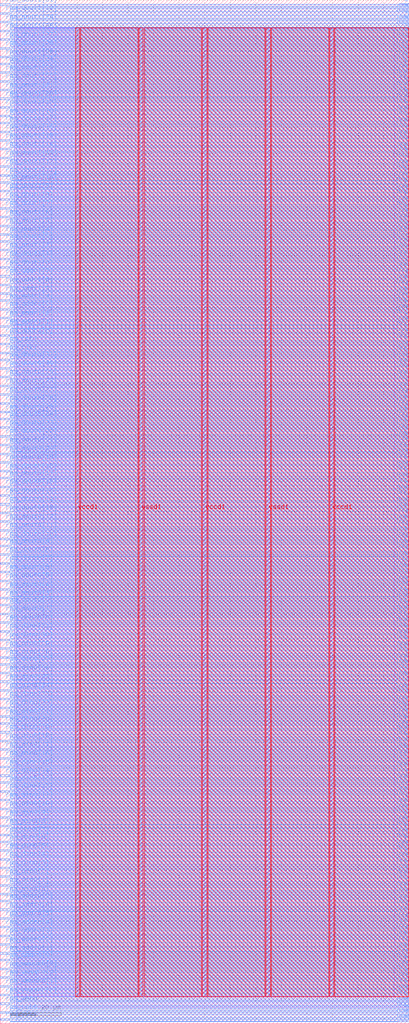
<source format=lef>
VERSION 5.7 ;
  NOWIREEXTENSIONATPIN ON ;
  DIVIDERCHAR "/" ;
  BUSBITCHARS "[]" ;
MACRO wb_openram_wrapper
  CLASS BLOCK ;
  FOREIGN wb_openram_wrapper ;
  ORIGIN 0.000 0.000 ;
  SIZE 160.000 BY 400.000 ;
  PIN ram_addr0[0]
    DIRECTION OUTPUT TRISTATE ;
    USE SIGNAL ;
    PORT
      LAYER met3 ;
        RECT 0.000 24.520 4.000 25.120 ;
    END
  END ram_addr0[0]
  PIN ram_addr0[1]
    DIRECTION OUTPUT TRISTATE ;
    USE SIGNAL ;
    PORT
      LAYER met3 ;
        RECT 0.000 27.240 4.000 27.840 ;
    END
  END ram_addr0[1]
  PIN ram_addr0[2]
    DIRECTION OUTPUT TRISTATE ;
    USE SIGNAL ;
    PORT
      LAYER met3 ;
        RECT 0.000 30.640 4.000 31.240 ;
    END
  END ram_addr0[2]
  PIN ram_addr0[3]
    DIRECTION OUTPUT TRISTATE ;
    USE SIGNAL ;
    PORT
      LAYER met3 ;
        RECT 0.000 34.040 4.000 34.640 ;
    END
  END ram_addr0[3]
  PIN ram_addr0[4]
    DIRECTION OUTPUT TRISTATE ;
    USE SIGNAL ;
    PORT
      LAYER met3 ;
        RECT 0.000 37.440 4.000 38.040 ;
    END
  END ram_addr0[4]
  PIN ram_addr0[5]
    DIRECTION OUTPUT TRISTATE ;
    USE SIGNAL ;
    PORT
      LAYER met3 ;
        RECT 0.000 40.840 4.000 41.440 ;
    END
  END ram_addr0[5]
  PIN ram_addr0[6]
    DIRECTION OUTPUT TRISTATE ;
    USE SIGNAL ;
    PORT
      LAYER met3 ;
        RECT 0.000 44.240 4.000 44.840 ;
    END
  END ram_addr0[6]
  PIN ram_addr0[7]
    DIRECTION OUTPUT TRISTATE ;
    USE SIGNAL ;
    PORT
      LAYER met3 ;
        RECT 0.000 47.640 4.000 48.240 ;
    END
  END ram_addr0[7]
  PIN ram_addr1[0]
    DIRECTION OUTPUT TRISTATE ;
    USE SIGNAL ;
    PORT
      LAYER met3 ;
        RECT 0.000 268.640 4.000 269.240 ;
    END
  END ram_addr1[0]
  PIN ram_addr1[1]
    DIRECTION OUTPUT TRISTATE ;
    USE SIGNAL ;
    PORT
      LAYER met3 ;
        RECT 0.000 272.040 4.000 272.640 ;
    END
  END ram_addr1[1]
  PIN ram_addr1[2]
    DIRECTION OUTPUT TRISTATE ;
    USE SIGNAL ;
    PORT
      LAYER met3 ;
        RECT 0.000 275.440 4.000 276.040 ;
    END
  END ram_addr1[2]
  PIN ram_addr1[3]
    DIRECTION OUTPUT TRISTATE ;
    USE SIGNAL ;
    PORT
      LAYER met3 ;
        RECT 0.000 278.840 4.000 279.440 ;
    END
  END ram_addr1[3]
  PIN ram_addr1[4]
    DIRECTION OUTPUT TRISTATE ;
    USE SIGNAL ;
    PORT
      LAYER met3 ;
        RECT 0.000 282.240 4.000 282.840 ;
    END
  END ram_addr1[4]
  PIN ram_addr1[5]
    DIRECTION OUTPUT TRISTATE ;
    USE SIGNAL ;
    PORT
      LAYER met3 ;
        RECT 0.000 284.960 4.000 285.560 ;
    END
  END ram_addr1[5]
  PIN ram_addr1[6]
    DIRECTION OUTPUT TRISTATE ;
    USE SIGNAL ;
    PORT
      LAYER met3 ;
        RECT 0.000 288.360 4.000 288.960 ;
    END
  END ram_addr1[6]
  PIN ram_addr1[7]
    DIRECTION OUTPUT TRISTATE ;
    USE SIGNAL ;
    PORT
      LAYER met3 ;
        RECT 0.000 291.760 4.000 292.360 ;
    END
  END ram_addr1[7]
  PIN ram_clk0
    DIRECTION OUTPUT TRISTATE ;
    USE SIGNAL ;
    PORT
      LAYER met3 ;
        RECT 0.000 1.400 4.000 2.000 ;
    END
  END ram_clk0
  PIN ram_clk1
    DIRECTION OUTPUT TRISTATE ;
    USE SIGNAL ;
    PORT
      LAYER met3 ;
        RECT 0.000 261.840 4.000 262.440 ;
    END
  END ram_clk1
  PIN ram_csb0
    DIRECTION OUTPUT TRISTATE ;
    USE SIGNAL ;
    PORT
      LAYER met3 ;
        RECT 0.000 4.120 4.000 4.720 ;
    END
  END ram_csb0
  PIN ram_csb1
    DIRECTION OUTPUT TRISTATE ;
    USE SIGNAL ;
    PORT
      LAYER met3 ;
        RECT 0.000 265.240 4.000 265.840 ;
    END
  END ram_csb1
  PIN ram_din0[0]
    DIRECTION OUTPUT TRISTATE ;
    USE SIGNAL ;
    PORT
      LAYER met3 ;
        RECT 0.000 50.360 4.000 50.960 ;
    END
  END ram_din0[0]
  PIN ram_din0[10]
    DIRECTION OUTPUT TRISTATE ;
    USE SIGNAL ;
    PORT
      LAYER met3 ;
        RECT 0.000 83.680 4.000 84.280 ;
    END
  END ram_din0[10]
  PIN ram_din0[11]
    DIRECTION OUTPUT TRISTATE ;
    USE SIGNAL ;
    PORT
      LAYER met3 ;
        RECT 0.000 87.080 4.000 87.680 ;
    END
  END ram_din0[11]
  PIN ram_din0[12]
    DIRECTION OUTPUT TRISTATE ;
    USE SIGNAL ;
    PORT
      LAYER met3 ;
        RECT 0.000 90.480 4.000 91.080 ;
    END
  END ram_din0[12]
  PIN ram_din0[13]
    DIRECTION OUTPUT TRISTATE ;
    USE SIGNAL ;
    PORT
      LAYER met3 ;
        RECT 0.000 93.880 4.000 94.480 ;
    END
  END ram_din0[13]
  PIN ram_din0[14]
    DIRECTION OUTPUT TRISTATE ;
    USE SIGNAL ;
    PORT
      LAYER met3 ;
        RECT 0.000 96.600 4.000 97.200 ;
    END
  END ram_din0[14]
  PIN ram_din0[15]
    DIRECTION OUTPUT TRISTATE ;
    USE SIGNAL ;
    PORT
      LAYER met3 ;
        RECT 0.000 100.000 4.000 100.600 ;
    END
  END ram_din0[15]
  PIN ram_din0[16]
    DIRECTION OUTPUT TRISTATE ;
    USE SIGNAL ;
    PORT
      LAYER met3 ;
        RECT 0.000 103.400 4.000 104.000 ;
    END
  END ram_din0[16]
  PIN ram_din0[17]
    DIRECTION OUTPUT TRISTATE ;
    USE SIGNAL ;
    PORT
      LAYER met3 ;
        RECT 0.000 106.800 4.000 107.400 ;
    END
  END ram_din0[17]
  PIN ram_din0[18]
    DIRECTION OUTPUT TRISTATE ;
    USE SIGNAL ;
    PORT
      LAYER met3 ;
        RECT 0.000 110.200 4.000 110.800 ;
    END
  END ram_din0[18]
  PIN ram_din0[19]
    DIRECTION OUTPUT TRISTATE ;
    USE SIGNAL ;
    PORT
      LAYER met3 ;
        RECT 0.000 113.600 4.000 114.200 ;
    END
  END ram_din0[19]
  PIN ram_din0[1]
    DIRECTION OUTPUT TRISTATE ;
    USE SIGNAL ;
    PORT
      LAYER met3 ;
        RECT 0.000 53.760 4.000 54.360 ;
    END
  END ram_din0[1]
  PIN ram_din0[20]
    DIRECTION OUTPUT TRISTATE ;
    USE SIGNAL ;
    PORT
      LAYER met3 ;
        RECT 0.000 117.000 4.000 117.600 ;
    END
  END ram_din0[20]
  PIN ram_din0[21]
    DIRECTION OUTPUT TRISTATE ;
    USE SIGNAL ;
    PORT
      LAYER met3 ;
        RECT 0.000 119.720 4.000 120.320 ;
    END
  END ram_din0[21]
  PIN ram_din0[22]
    DIRECTION OUTPUT TRISTATE ;
    USE SIGNAL ;
    PORT
      LAYER met3 ;
        RECT 0.000 123.120 4.000 123.720 ;
    END
  END ram_din0[22]
  PIN ram_din0[23]
    DIRECTION OUTPUT TRISTATE ;
    USE SIGNAL ;
    PORT
      LAYER met3 ;
        RECT 0.000 126.520 4.000 127.120 ;
    END
  END ram_din0[23]
  PIN ram_din0[24]
    DIRECTION OUTPUT TRISTATE ;
    USE SIGNAL ;
    PORT
      LAYER met3 ;
        RECT 0.000 129.920 4.000 130.520 ;
    END
  END ram_din0[24]
  PIN ram_din0[25]
    DIRECTION OUTPUT TRISTATE ;
    USE SIGNAL ;
    PORT
      LAYER met3 ;
        RECT 0.000 133.320 4.000 133.920 ;
    END
  END ram_din0[25]
  PIN ram_din0[26]
    DIRECTION OUTPUT TRISTATE ;
    USE SIGNAL ;
    PORT
      LAYER met3 ;
        RECT 0.000 136.720 4.000 137.320 ;
    END
  END ram_din0[26]
  PIN ram_din0[27]
    DIRECTION OUTPUT TRISTATE ;
    USE SIGNAL ;
    PORT
      LAYER met3 ;
        RECT 0.000 140.120 4.000 140.720 ;
    END
  END ram_din0[27]
  PIN ram_din0[28]
    DIRECTION OUTPUT TRISTATE ;
    USE SIGNAL ;
    PORT
      LAYER met3 ;
        RECT 0.000 142.840 4.000 143.440 ;
    END
  END ram_din0[28]
  PIN ram_din0[29]
    DIRECTION OUTPUT TRISTATE ;
    USE SIGNAL ;
    PORT
      LAYER met3 ;
        RECT 0.000 146.240 4.000 146.840 ;
    END
  END ram_din0[29]
  PIN ram_din0[2]
    DIRECTION OUTPUT TRISTATE ;
    USE SIGNAL ;
    PORT
      LAYER met3 ;
        RECT 0.000 57.160 4.000 57.760 ;
    END
  END ram_din0[2]
  PIN ram_din0[30]
    DIRECTION OUTPUT TRISTATE ;
    USE SIGNAL ;
    PORT
      LAYER met3 ;
        RECT 0.000 149.640 4.000 150.240 ;
    END
  END ram_din0[30]
  PIN ram_din0[31]
    DIRECTION OUTPUT TRISTATE ;
    USE SIGNAL ;
    PORT
      LAYER met3 ;
        RECT 0.000 153.040 4.000 153.640 ;
    END
  END ram_din0[31]
  PIN ram_din0[3]
    DIRECTION OUTPUT TRISTATE ;
    USE SIGNAL ;
    PORT
      LAYER met3 ;
        RECT 0.000 60.560 4.000 61.160 ;
    END
  END ram_din0[3]
  PIN ram_din0[4]
    DIRECTION OUTPUT TRISTATE ;
    USE SIGNAL ;
    PORT
      LAYER met3 ;
        RECT 0.000 63.960 4.000 64.560 ;
    END
  END ram_din0[4]
  PIN ram_din0[5]
    DIRECTION OUTPUT TRISTATE ;
    USE SIGNAL ;
    PORT
      LAYER met3 ;
        RECT 0.000 67.360 4.000 67.960 ;
    END
  END ram_din0[5]
  PIN ram_din0[6]
    DIRECTION OUTPUT TRISTATE ;
    USE SIGNAL ;
    PORT
      LAYER met3 ;
        RECT 0.000 70.760 4.000 71.360 ;
    END
  END ram_din0[6]
  PIN ram_din0[7]
    DIRECTION OUTPUT TRISTATE ;
    USE SIGNAL ;
    PORT
      LAYER met3 ;
        RECT 0.000 73.480 4.000 74.080 ;
    END
  END ram_din0[7]
  PIN ram_din0[8]
    DIRECTION OUTPUT TRISTATE ;
    USE SIGNAL ;
    PORT
      LAYER met3 ;
        RECT 0.000 76.880 4.000 77.480 ;
    END
  END ram_din0[8]
  PIN ram_din0[9]
    DIRECTION OUTPUT TRISTATE ;
    USE SIGNAL ;
    PORT
      LAYER met3 ;
        RECT 0.000 80.280 4.000 80.880 ;
    END
  END ram_din0[9]
  PIN ram_dout0[0]
    DIRECTION INPUT ;
    USE SIGNAL ;
    PORT
      LAYER met3 ;
        RECT 0.000 156.440 4.000 157.040 ;
    END
  END ram_dout0[0]
  PIN ram_dout0[10]
    DIRECTION INPUT ;
    USE SIGNAL ;
    PORT
      LAYER met3 ;
        RECT 0.000 189.080 4.000 189.680 ;
    END
  END ram_dout0[10]
  PIN ram_dout0[11]
    DIRECTION INPUT ;
    USE SIGNAL ;
    PORT
      LAYER met3 ;
        RECT 0.000 192.480 4.000 193.080 ;
    END
  END ram_dout0[11]
  PIN ram_dout0[12]
    DIRECTION INPUT ;
    USE SIGNAL ;
    PORT
      LAYER met3 ;
        RECT 0.000 195.880 4.000 196.480 ;
    END
  END ram_dout0[12]
  PIN ram_dout0[13]
    DIRECTION INPUT ;
    USE SIGNAL ;
    PORT
      LAYER met3 ;
        RECT 0.000 199.280 4.000 199.880 ;
    END
  END ram_dout0[13]
  PIN ram_dout0[14]
    DIRECTION INPUT ;
    USE SIGNAL ;
    PORT
      LAYER met3 ;
        RECT 0.000 202.680 4.000 203.280 ;
    END
  END ram_dout0[14]
  PIN ram_dout0[15]
    DIRECTION INPUT ;
    USE SIGNAL ;
    PORT
      LAYER met3 ;
        RECT 0.000 206.080 4.000 206.680 ;
    END
  END ram_dout0[15]
  PIN ram_dout0[16]
    DIRECTION INPUT ;
    USE SIGNAL ;
    PORT
      LAYER met3 ;
        RECT 0.000 209.480 4.000 210.080 ;
    END
  END ram_dout0[16]
  PIN ram_dout0[17]
    DIRECTION INPUT ;
    USE SIGNAL ;
    PORT
      LAYER met3 ;
        RECT 0.000 212.880 4.000 213.480 ;
    END
  END ram_dout0[17]
  PIN ram_dout0[18]
    DIRECTION INPUT ;
    USE SIGNAL ;
    PORT
      LAYER met3 ;
        RECT 0.000 215.600 4.000 216.200 ;
    END
  END ram_dout0[18]
  PIN ram_dout0[19]
    DIRECTION INPUT ;
    USE SIGNAL ;
    PORT
      LAYER met3 ;
        RECT 0.000 219.000 4.000 219.600 ;
    END
  END ram_dout0[19]
  PIN ram_dout0[1]
    DIRECTION INPUT ;
    USE SIGNAL ;
    PORT
      LAYER met3 ;
        RECT 0.000 159.840 4.000 160.440 ;
    END
  END ram_dout0[1]
  PIN ram_dout0[20]
    DIRECTION INPUT ;
    USE SIGNAL ;
    PORT
      LAYER met3 ;
        RECT 0.000 222.400 4.000 223.000 ;
    END
  END ram_dout0[20]
  PIN ram_dout0[21]
    DIRECTION INPUT ;
    USE SIGNAL ;
    PORT
      LAYER met3 ;
        RECT 0.000 225.800 4.000 226.400 ;
    END
  END ram_dout0[21]
  PIN ram_dout0[22]
    DIRECTION INPUT ;
    USE SIGNAL ;
    PORT
      LAYER met3 ;
        RECT 0.000 229.200 4.000 229.800 ;
    END
  END ram_dout0[22]
  PIN ram_dout0[23]
    DIRECTION INPUT ;
    USE SIGNAL ;
    PORT
      LAYER met3 ;
        RECT 0.000 232.600 4.000 233.200 ;
    END
  END ram_dout0[23]
  PIN ram_dout0[24]
    DIRECTION INPUT ;
    USE SIGNAL ;
    PORT
      LAYER met3 ;
        RECT 0.000 236.000 4.000 236.600 ;
    END
  END ram_dout0[24]
  PIN ram_dout0[25]
    DIRECTION INPUT ;
    USE SIGNAL ;
    PORT
      LAYER met3 ;
        RECT 0.000 238.720 4.000 239.320 ;
    END
  END ram_dout0[25]
  PIN ram_dout0[26]
    DIRECTION INPUT ;
    USE SIGNAL ;
    PORT
      LAYER met3 ;
        RECT 0.000 242.120 4.000 242.720 ;
    END
  END ram_dout0[26]
  PIN ram_dout0[27]
    DIRECTION INPUT ;
    USE SIGNAL ;
    PORT
      LAYER met3 ;
        RECT 0.000 245.520 4.000 246.120 ;
    END
  END ram_dout0[27]
  PIN ram_dout0[28]
    DIRECTION INPUT ;
    USE SIGNAL ;
    PORT
      LAYER met3 ;
        RECT 0.000 248.920 4.000 249.520 ;
    END
  END ram_dout0[28]
  PIN ram_dout0[29]
    DIRECTION INPUT ;
    USE SIGNAL ;
    PORT
      LAYER met3 ;
        RECT 0.000 252.320 4.000 252.920 ;
    END
  END ram_dout0[29]
  PIN ram_dout0[2]
    DIRECTION INPUT ;
    USE SIGNAL ;
    PORT
      LAYER met3 ;
        RECT 0.000 163.240 4.000 163.840 ;
    END
  END ram_dout0[2]
  PIN ram_dout0[30]
    DIRECTION INPUT ;
    USE SIGNAL ;
    PORT
      LAYER met3 ;
        RECT 0.000 255.720 4.000 256.320 ;
    END
  END ram_dout0[30]
  PIN ram_dout0[31]
    DIRECTION INPUT ;
    USE SIGNAL ;
    PORT
      LAYER met3 ;
        RECT 0.000 259.120 4.000 259.720 ;
    END
  END ram_dout0[31]
  PIN ram_dout0[3]
    DIRECTION INPUT ;
    USE SIGNAL ;
    PORT
      LAYER met3 ;
        RECT 0.000 165.960 4.000 166.560 ;
    END
  END ram_dout0[3]
  PIN ram_dout0[4]
    DIRECTION INPUT ;
    USE SIGNAL ;
    PORT
      LAYER met3 ;
        RECT 0.000 169.360 4.000 169.960 ;
    END
  END ram_dout0[4]
  PIN ram_dout0[5]
    DIRECTION INPUT ;
    USE SIGNAL ;
    PORT
      LAYER met3 ;
        RECT 0.000 172.760 4.000 173.360 ;
    END
  END ram_dout0[5]
  PIN ram_dout0[6]
    DIRECTION INPUT ;
    USE SIGNAL ;
    PORT
      LAYER met3 ;
        RECT 0.000 176.160 4.000 176.760 ;
    END
  END ram_dout0[6]
  PIN ram_dout0[7]
    DIRECTION INPUT ;
    USE SIGNAL ;
    PORT
      LAYER met3 ;
        RECT 0.000 179.560 4.000 180.160 ;
    END
  END ram_dout0[7]
  PIN ram_dout0[8]
    DIRECTION INPUT ;
    USE SIGNAL ;
    PORT
      LAYER met3 ;
        RECT 0.000 182.960 4.000 183.560 ;
    END
  END ram_dout0[8]
  PIN ram_dout0[9]
    DIRECTION INPUT ;
    USE SIGNAL ;
    PORT
      LAYER met3 ;
        RECT 0.000 186.360 4.000 186.960 ;
    END
  END ram_dout0[9]
  PIN ram_dout1[0]
    DIRECTION INPUT ;
    USE SIGNAL ;
    PORT
      LAYER met3 ;
        RECT 0.000 295.160 4.000 295.760 ;
    END
  END ram_dout1[0]
  PIN ram_dout1[10]
    DIRECTION INPUT ;
    USE SIGNAL ;
    PORT
      LAYER met3 ;
        RECT 0.000 328.480 4.000 329.080 ;
    END
  END ram_dout1[10]
  PIN ram_dout1[11]
    DIRECTION INPUT ;
    USE SIGNAL ;
    PORT
      LAYER met3 ;
        RECT 0.000 331.200 4.000 331.800 ;
    END
  END ram_dout1[11]
  PIN ram_dout1[12]
    DIRECTION INPUT ;
    USE SIGNAL ;
    PORT
      LAYER met3 ;
        RECT 0.000 334.600 4.000 335.200 ;
    END
  END ram_dout1[12]
  PIN ram_dout1[13]
    DIRECTION INPUT ;
    USE SIGNAL ;
    PORT
      LAYER met3 ;
        RECT 0.000 338.000 4.000 338.600 ;
    END
  END ram_dout1[13]
  PIN ram_dout1[14]
    DIRECTION INPUT ;
    USE SIGNAL ;
    PORT
      LAYER met3 ;
        RECT 0.000 341.400 4.000 342.000 ;
    END
  END ram_dout1[14]
  PIN ram_dout1[15]
    DIRECTION INPUT ;
    USE SIGNAL ;
    PORT
      LAYER met3 ;
        RECT 0.000 344.800 4.000 345.400 ;
    END
  END ram_dout1[15]
  PIN ram_dout1[16]
    DIRECTION INPUT ;
    USE SIGNAL ;
    PORT
      LAYER met3 ;
        RECT 0.000 348.200 4.000 348.800 ;
    END
  END ram_dout1[16]
  PIN ram_dout1[17]
    DIRECTION INPUT ;
    USE SIGNAL ;
    PORT
      LAYER met3 ;
        RECT 0.000 351.600 4.000 352.200 ;
    END
  END ram_dout1[17]
  PIN ram_dout1[18]
    DIRECTION INPUT ;
    USE SIGNAL ;
    PORT
      LAYER met3 ;
        RECT 0.000 354.320 4.000 354.920 ;
    END
  END ram_dout1[18]
  PIN ram_dout1[19]
    DIRECTION INPUT ;
    USE SIGNAL ;
    PORT
      LAYER met3 ;
        RECT 0.000 357.720 4.000 358.320 ;
    END
  END ram_dout1[19]
  PIN ram_dout1[1]
    DIRECTION INPUT ;
    USE SIGNAL ;
    PORT
      LAYER met3 ;
        RECT 0.000 298.560 4.000 299.160 ;
    END
  END ram_dout1[1]
  PIN ram_dout1[20]
    DIRECTION INPUT ;
    USE SIGNAL ;
    PORT
      LAYER met3 ;
        RECT 0.000 361.120 4.000 361.720 ;
    END
  END ram_dout1[20]
  PIN ram_dout1[21]
    DIRECTION INPUT ;
    USE SIGNAL ;
    PORT
      LAYER met3 ;
        RECT 0.000 364.520 4.000 365.120 ;
    END
  END ram_dout1[21]
  PIN ram_dout1[22]
    DIRECTION INPUT ;
    USE SIGNAL ;
    PORT
      LAYER met3 ;
        RECT 0.000 367.920 4.000 368.520 ;
    END
  END ram_dout1[22]
  PIN ram_dout1[23]
    DIRECTION INPUT ;
    USE SIGNAL ;
    PORT
      LAYER met3 ;
        RECT 0.000 371.320 4.000 371.920 ;
    END
  END ram_dout1[23]
  PIN ram_dout1[24]
    DIRECTION INPUT ;
    USE SIGNAL ;
    PORT
      LAYER met3 ;
        RECT 0.000 374.720 4.000 375.320 ;
    END
  END ram_dout1[24]
  PIN ram_dout1[25]
    DIRECTION INPUT ;
    USE SIGNAL ;
    PORT
      LAYER met3 ;
        RECT 0.000 377.440 4.000 378.040 ;
    END
  END ram_dout1[25]
  PIN ram_dout1[26]
    DIRECTION INPUT ;
    USE SIGNAL ;
    PORT
      LAYER met3 ;
        RECT 0.000 380.840 4.000 381.440 ;
    END
  END ram_dout1[26]
  PIN ram_dout1[27]
    DIRECTION INPUT ;
    USE SIGNAL ;
    PORT
      LAYER met3 ;
        RECT 0.000 384.240 4.000 384.840 ;
    END
  END ram_dout1[27]
  PIN ram_dout1[28]
    DIRECTION INPUT ;
    USE SIGNAL ;
    PORT
      LAYER met3 ;
        RECT 0.000 387.640 4.000 388.240 ;
    END
  END ram_dout1[28]
  PIN ram_dout1[29]
    DIRECTION INPUT ;
    USE SIGNAL ;
    PORT
      LAYER met3 ;
        RECT 0.000 391.040 4.000 391.640 ;
    END
  END ram_dout1[29]
  PIN ram_dout1[2]
    DIRECTION INPUT ;
    USE SIGNAL ;
    PORT
      LAYER met3 ;
        RECT 0.000 301.960 4.000 302.560 ;
    END
  END ram_dout1[2]
  PIN ram_dout1[30]
    DIRECTION INPUT ;
    USE SIGNAL ;
    PORT
      LAYER met3 ;
        RECT 0.000 394.440 4.000 395.040 ;
    END
  END ram_dout1[30]
  PIN ram_dout1[31]
    DIRECTION INPUT ;
    USE SIGNAL ;
    PORT
      LAYER met3 ;
        RECT 0.000 397.840 4.000 398.440 ;
    END
  END ram_dout1[31]
  PIN ram_dout1[3]
    DIRECTION INPUT ;
    USE SIGNAL ;
    PORT
      LAYER met3 ;
        RECT 0.000 305.360 4.000 305.960 ;
    END
  END ram_dout1[3]
  PIN ram_dout1[4]
    DIRECTION INPUT ;
    USE SIGNAL ;
    PORT
      LAYER met3 ;
        RECT 0.000 308.080 4.000 308.680 ;
    END
  END ram_dout1[4]
  PIN ram_dout1[5]
    DIRECTION INPUT ;
    USE SIGNAL ;
    PORT
      LAYER met3 ;
        RECT 0.000 311.480 4.000 312.080 ;
    END
  END ram_dout1[5]
  PIN ram_dout1[6]
    DIRECTION INPUT ;
    USE SIGNAL ;
    PORT
      LAYER met3 ;
        RECT 0.000 314.880 4.000 315.480 ;
    END
  END ram_dout1[6]
  PIN ram_dout1[7]
    DIRECTION INPUT ;
    USE SIGNAL ;
    PORT
      LAYER met3 ;
        RECT 0.000 318.280 4.000 318.880 ;
    END
  END ram_dout1[7]
  PIN ram_dout1[8]
    DIRECTION INPUT ;
    USE SIGNAL ;
    PORT
      LAYER met3 ;
        RECT 0.000 321.680 4.000 322.280 ;
    END
  END ram_dout1[8]
  PIN ram_dout1[9]
    DIRECTION INPUT ;
    USE SIGNAL ;
    PORT
      LAYER met3 ;
        RECT 0.000 325.080 4.000 325.680 ;
    END
  END ram_dout1[9]
  PIN ram_web0
    DIRECTION OUTPUT TRISTATE ;
    USE SIGNAL ;
    PORT
      LAYER met3 ;
        RECT 0.000 7.520 4.000 8.120 ;
    END
  END ram_web0
  PIN ram_wmask0[0]
    DIRECTION OUTPUT TRISTATE ;
    USE SIGNAL ;
    PORT
      LAYER met3 ;
        RECT 0.000 10.920 4.000 11.520 ;
    END
  END ram_wmask0[0]
  PIN ram_wmask0[1]
    DIRECTION OUTPUT TRISTATE ;
    USE SIGNAL ;
    PORT
      LAYER met3 ;
        RECT 0.000 14.320 4.000 14.920 ;
    END
  END ram_wmask0[1]
  PIN ram_wmask0[2]
    DIRECTION OUTPUT TRISTATE ;
    USE SIGNAL ;
    PORT
      LAYER met3 ;
        RECT 0.000 17.720 4.000 18.320 ;
    END
  END ram_wmask0[2]
  PIN ram_wmask0[3]
    DIRECTION OUTPUT TRISTATE ;
    USE SIGNAL ;
    PORT
      LAYER met3 ;
        RECT 0.000 21.120 4.000 21.720 ;
    END
  END ram_wmask0[3]
  PIN vccd1
    DIRECTION INPUT ;
    USE POWER ;
    PORT
      LAYER met4 ;
        RECT 29.550 10.640 31.150 389.200 ;
    END
    PORT
      LAYER met4 ;
        RECT 79.200 10.640 80.800 389.200 ;
    END
    PORT
      LAYER met4 ;
        RECT 128.855 10.640 130.455 389.200 ;
    END
  END vccd1
  PIN vssd1
    DIRECTION INPUT ;
    USE GROUND ;
    PORT
      LAYER met4 ;
        RECT 54.370 10.640 55.970 389.200 ;
    END
    PORT
      LAYER met4 ;
        RECT 104.025 10.640 105.625 389.200 ;
    END
  END vssd1
  PIN wb_a_clk_i
    DIRECTION INPUT ;
    USE SIGNAL ;
    PORT
      LAYER met3 ;
        RECT 156.000 2.760 160.000 3.360 ;
    END
  END wb_a_clk_i
  PIN wb_a_rst_i
    DIRECTION INPUT ;
    USE SIGNAL ;
    PORT
      LAYER met3 ;
        RECT 156.000 4.800 160.000 5.400 ;
    END
  END wb_a_rst_i
  PIN wb_b_clk_i
    DIRECTION INPUT ;
    USE SIGNAL ;
    PORT
      LAYER met3 ;
        RECT 156.000 202.680 160.000 203.280 ;
    END
  END wb_b_clk_i
  PIN wb_b_rst_i
    DIRECTION INPUT ;
    USE SIGNAL ;
    PORT
      LAYER met3 ;
        RECT 156.000 204.720 160.000 205.320 ;
    END
  END wb_b_rst_i
  PIN wbs_a_ack_o
    DIRECTION OUTPUT TRISTATE ;
    USE SIGNAL ;
    PORT
      LAYER met3 ;
        RECT 156.000 14.320 160.000 14.920 ;
    END
  END wbs_a_ack_o
  PIN wbs_a_adr_i[0]
    DIRECTION INPUT ;
    USE SIGNAL ;
    PORT
      LAYER met3 ;
        RECT 156.000 26.560 160.000 27.160 ;
    END
  END wbs_a_adr_i[0]
  PIN wbs_a_adr_i[10]
    DIRECTION INPUT ;
    USE SIGNAL ;
    PORT
      LAYER met3 ;
        RECT 156.000 49.680 160.000 50.280 ;
    END
  END wbs_a_adr_i[10]
  PIN wbs_a_adr_i[1]
    DIRECTION INPUT ;
    USE SIGNAL ;
    PORT
      LAYER met3 ;
        RECT 156.000 28.600 160.000 29.200 ;
    END
  END wbs_a_adr_i[1]
  PIN wbs_a_adr_i[2]
    DIRECTION INPUT ;
    USE SIGNAL ;
    PORT
      LAYER met3 ;
        RECT 156.000 30.640 160.000 31.240 ;
    END
  END wbs_a_adr_i[2]
  PIN wbs_a_adr_i[3]
    DIRECTION INPUT ;
    USE SIGNAL ;
    PORT
      LAYER met3 ;
        RECT 156.000 33.360 160.000 33.960 ;
    END
  END wbs_a_adr_i[3]
  PIN wbs_a_adr_i[4]
    DIRECTION INPUT ;
    USE SIGNAL ;
    PORT
      LAYER met3 ;
        RECT 156.000 35.400 160.000 36.000 ;
    END
  END wbs_a_adr_i[4]
  PIN wbs_a_adr_i[5]
    DIRECTION INPUT ;
    USE SIGNAL ;
    PORT
      LAYER met3 ;
        RECT 156.000 38.120 160.000 38.720 ;
    END
  END wbs_a_adr_i[5]
  PIN wbs_a_adr_i[6]
    DIRECTION INPUT ;
    USE SIGNAL ;
    PORT
      LAYER met3 ;
        RECT 156.000 40.160 160.000 40.760 ;
    END
  END wbs_a_adr_i[6]
  PIN wbs_a_adr_i[7]
    DIRECTION INPUT ;
    USE SIGNAL ;
    PORT
      LAYER met3 ;
        RECT 156.000 42.880 160.000 43.480 ;
    END
  END wbs_a_adr_i[7]
  PIN wbs_a_adr_i[8]
    DIRECTION INPUT ;
    USE SIGNAL ;
    PORT
      LAYER met3 ;
        RECT 156.000 44.920 160.000 45.520 ;
    END
  END wbs_a_adr_i[8]
  PIN wbs_a_adr_i[9]
    DIRECTION INPUT ;
    USE SIGNAL ;
    PORT
      LAYER met3 ;
        RECT 156.000 47.640 160.000 48.240 ;
    END
  END wbs_a_adr_i[9]
  PIN wbs_a_cyc_i
    DIRECTION INPUT ;
    USE SIGNAL ;
    PORT
      LAYER met3 ;
        RECT 156.000 9.560 160.000 10.160 ;
    END
  END wbs_a_cyc_i
  PIN wbs_a_dat_i[0]
    DIRECTION INPUT ;
    USE SIGNAL ;
    PORT
      LAYER met3 ;
        RECT 156.000 52.400 160.000 53.000 ;
    END
  END wbs_a_dat_i[0]
  PIN wbs_a_dat_i[10]
    DIRECTION INPUT ;
    USE SIGNAL ;
    PORT
      LAYER met3 ;
        RECT 156.000 75.520 160.000 76.120 ;
    END
  END wbs_a_dat_i[10]
  PIN wbs_a_dat_i[11]
    DIRECTION INPUT ;
    USE SIGNAL ;
    PORT
      LAYER met3 ;
        RECT 156.000 78.240 160.000 78.840 ;
    END
  END wbs_a_dat_i[11]
  PIN wbs_a_dat_i[12]
    DIRECTION INPUT ;
    USE SIGNAL ;
    PORT
      LAYER met3 ;
        RECT 156.000 80.280 160.000 80.880 ;
    END
  END wbs_a_dat_i[12]
  PIN wbs_a_dat_i[13]
    DIRECTION INPUT ;
    USE SIGNAL ;
    PORT
      LAYER met3 ;
        RECT 156.000 83.000 160.000 83.600 ;
    END
  END wbs_a_dat_i[13]
  PIN wbs_a_dat_i[14]
    DIRECTION INPUT ;
    USE SIGNAL ;
    PORT
      LAYER met3 ;
        RECT 156.000 85.040 160.000 85.640 ;
    END
  END wbs_a_dat_i[14]
  PIN wbs_a_dat_i[15]
    DIRECTION INPUT ;
    USE SIGNAL ;
    PORT
      LAYER met3 ;
        RECT 156.000 87.080 160.000 87.680 ;
    END
  END wbs_a_dat_i[15]
  PIN wbs_a_dat_i[16]
    DIRECTION INPUT ;
    USE SIGNAL ;
    PORT
      LAYER met3 ;
        RECT 156.000 89.800 160.000 90.400 ;
    END
  END wbs_a_dat_i[16]
  PIN wbs_a_dat_i[17]
    DIRECTION INPUT ;
    USE SIGNAL ;
    PORT
      LAYER met3 ;
        RECT 156.000 91.840 160.000 92.440 ;
    END
  END wbs_a_dat_i[17]
  PIN wbs_a_dat_i[18]
    DIRECTION INPUT ;
    USE SIGNAL ;
    PORT
      LAYER met3 ;
        RECT 156.000 94.560 160.000 95.160 ;
    END
  END wbs_a_dat_i[18]
  PIN wbs_a_dat_i[19]
    DIRECTION INPUT ;
    USE SIGNAL ;
    PORT
      LAYER met3 ;
        RECT 156.000 96.600 160.000 97.200 ;
    END
  END wbs_a_dat_i[19]
  PIN wbs_a_dat_i[1]
    DIRECTION INPUT ;
    USE SIGNAL ;
    PORT
      LAYER met3 ;
        RECT 156.000 54.440 160.000 55.040 ;
    END
  END wbs_a_dat_i[1]
  PIN wbs_a_dat_i[20]
    DIRECTION INPUT ;
    USE SIGNAL ;
    PORT
      LAYER met3 ;
        RECT 156.000 99.320 160.000 99.920 ;
    END
  END wbs_a_dat_i[20]
  PIN wbs_a_dat_i[21]
    DIRECTION INPUT ;
    USE SIGNAL ;
    PORT
      LAYER met3 ;
        RECT 156.000 101.360 160.000 101.960 ;
    END
  END wbs_a_dat_i[21]
  PIN wbs_a_dat_i[22]
    DIRECTION INPUT ;
    USE SIGNAL ;
    PORT
      LAYER met3 ;
        RECT 156.000 104.080 160.000 104.680 ;
    END
  END wbs_a_dat_i[22]
  PIN wbs_a_dat_i[23]
    DIRECTION INPUT ;
    USE SIGNAL ;
    PORT
      LAYER met3 ;
        RECT 156.000 106.120 160.000 106.720 ;
    END
  END wbs_a_dat_i[23]
  PIN wbs_a_dat_i[24]
    DIRECTION INPUT ;
    USE SIGNAL ;
    PORT
      LAYER met3 ;
        RECT 156.000 108.840 160.000 109.440 ;
    END
  END wbs_a_dat_i[24]
  PIN wbs_a_dat_i[25]
    DIRECTION INPUT ;
    USE SIGNAL ;
    PORT
      LAYER met3 ;
        RECT 156.000 110.880 160.000 111.480 ;
    END
  END wbs_a_dat_i[25]
  PIN wbs_a_dat_i[26]
    DIRECTION INPUT ;
    USE SIGNAL ;
    PORT
      LAYER met3 ;
        RECT 156.000 113.600 160.000 114.200 ;
    END
  END wbs_a_dat_i[26]
  PIN wbs_a_dat_i[27]
    DIRECTION INPUT ;
    USE SIGNAL ;
    PORT
      LAYER met3 ;
        RECT 156.000 115.640 160.000 116.240 ;
    END
  END wbs_a_dat_i[27]
  PIN wbs_a_dat_i[28]
    DIRECTION INPUT ;
    USE SIGNAL ;
    PORT
      LAYER met3 ;
        RECT 156.000 117.680 160.000 118.280 ;
    END
  END wbs_a_dat_i[28]
  PIN wbs_a_dat_i[29]
    DIRECTION INPUT ;
    USE SIGNAL ;
    PORT
      LAYER met3 ;
        RECT 156.000 120.400 160.000 121.000 ;
    END
  END wbs_a_dat_i[29]
  PIN wbs_a_dat_i[2]
    DIRECTION INPUT ;
    USE SIGNAL ;
    PORT
      LAYER met3 ;
        RECT 156.000 57.160 160.000 57.760 ;
    END
  END wbs_a_dat_i[2]
  PIN wbs_a_dat_i[30]
    DIRECTION INPUT ;
    USE SIGNAL ;
    PORT
      LAYER met3 ;
        RECT 156.000 122.440 160.000 123.040 ;
    END
  END wbs_a_dat_i[30]
  PIN wbs_a_dat_i[31]
    DIRECTION INPUT ;
    USE SIGNAL ;
    PORT
      LAYER met3 ;
        RECT 156.000 125.160 160.000 125.760 ;
    END
  END wbs_a_dat_i[31]
  PIN wbs_a_dat_i[3]
    DIRECTION INPUT ;
    USE SIGNAL ;
    PORT
      LAYER met3 ;
        RECT 156.000 59.200 160.000 59.800 ;
    END
  END wbs_a_dat_i[3]
  PIN wbs_a_dat_i[4]
    DIRECTION INPUT ;
    USE SIGNAL ;
    PORT
      LAYER met3 ;
        RECT 156.000 61.240 160.000 61.840 ;
    END
  END wbs_a_dat_i[4]
  PIN wbs_a_dat_i[5]
    DIRECTION INPUT ;
    USE SIGNAL ;
    PORT
      LAYER met3 ;
        RECT 156.000 63.960 160.000 64.560 ;
    END
  END wbs_a_dat_i[5]
  PIN wbs_a_dat_i[6]
    DIRECTION INPUT ;
    USE SIGNAL ;
    PORT
      LAYER met3 ;
        RECT 156.000 66.000 160.000 66.600 ;
    END
  END wbs_a_dat_i[6]
  PIN wbs_a_dat_i[7]
    DIRECTION INPUT ;
    USE SIGNAL ;
    PORT
      LAYER met3 ;
        RECT 156.000 68.720 160.000 69.320 ;
    END
  END wbs_a_dat_i[7]
  PIN wbs_a_dat_i[8]
    DIRECTION INPUT ;
    USE SIGNAL ;
    PORT
      LAYER met3 ;
        RECT 156.000 70.760 160.000 71.360 ;
    END
  END wbs_a_dat_i[8]
  PIN wbs_a_dat_i[9]
    DIRECTION INPUT ;
    USE SIGNAL ;
    PORT
      LAYER met3 ;
        RECT 156.000 73.480 160.000 74.080 ;
    END
  END wbs_a_dat_i[9]
  PIN wbs_a_dat_o[0]
    DIRECTION OUTPUT TRISTATE ;
    USE SIGNAL ;
    PORT
      LAYER met3 ;
        RECT 156.000 127.200 160.000 127.800 ;
    END
  END wbs_a_dat_o[0]
  PIN wbs_a_dat_o[10]
    DIRECTION OUTPUT TRISTATE ;
    USE SIGNAL ;
    PORT
      LAYER met3 ;
        RECT 156.000 151.000 160.000 151.600 ;
    END
  END wbs_a_dat_o[10]
  PIN wbs_a_dat_o[11]
    DIRECTION OUTPUT TRISTATE ;
    USE SIGNAL ;
    PORT
      LAYER met3 ;
        RECT 156.000 153.040 160.000 153.640 ;
    END
  END wbs_a_dat_o[11]
  PIN wbs_a_dat_o[12]
    DIRECTION OUTPUT TRISTATE ;
    USE SIGNAL ;
    PORT
      LAYER met3 ;
        RECT 156.000 155.760 160.000 156.360 ;
    END
  END wbs_a_dat_o[12]
  PIN wbs_a_dat_o[13]
    DIRECTION OUTPUT TRISTATE ;
    USE SIGNAL ;
    PORT
      LAYER met3 ;
        RECT 156.000 157.800 160.000 158.400 ;
    END
  END wbs_a_dat_o[13]
  PIN wbs_a_dat_o[14]
    DIRECTION OUTPUT TRISTATE ;
    USE SIGNAL ;
    PORT
      LAYER met3 ;
        RECT 156.000 160.520 160.000 161.120 ;
    END
  END wbs_a_dat_o[14]
  PIN wbs_a_dat_o[15]
    DIRECTION OUTPUT TRISTATE ;
    USE SIGNAL ;
    PORT
      LAYER met3 ;
        RECT 156.000 162.560 160.000 163.160 ;
    END
  END wbs_a_dat_o[15]
  PIN wbs_a_dat_o[16]
    DIRECTION OUTPUT TRISTATE ;
    USE SIGNAL ;
    PORT
      LAYER met3 ;
        RECT 156.000 165.280 160.000 165.880 ;
    END
  END wbs_a_dat_o[16]
  PIN wbs_a_dat_o[17]
    DIRECTION OUTPUT TRISTATE ;
    USE SIGNAL ;
    PORT
      LAYER met3 ;
        RECT 156.000 167.320 160.000 167.920 ;
    END
  END wbs_a_dat_o[17]
  PIN wbs_a_dat_o[18]
    DIRECTION OUTPUT TRISTATE ;
    USE SIGNAL ;
    PORT
      LAYER met3 ;
        RECT 156.000 170.040 160.000 170.640 ;
    END
  END wbs_a_dat_o[18]
  PIN wbs_a_dat_o[19]
    DIRECTION OUTPUT TRISTATE ;
    USE SIGNAL ;
    PORT
      LAYER met3 ;
        RECT 156.000 172.080 160.000 172.680 ;
    END
  END wbs_a_dat_o[19]
  PIN wbs_a_dat_o[1]
    DIRECTION OUTPUT TRISTATE ;
    USE SIGNAL ;
    PORT
      LAYER met3 ;
        RECT 156.000 129.920 160.000 130.520 ;
    END
  END wbs_a_dat_o[1]
  PIN wbs_a_dat_o[20]
    DIRECTION OUTPUT TRISTATE ;
    USE SIGNAL ;
    PORT
      LAYER met3 ;
        RECT 156.000 174.120 160.000 174.720 ;
    END
  END wbs_a_dat_o[20]
  PIN wbs_a_dat_o[21]
    DIRECTION OUTPUT TRISTATE ;
    USE SIGNAL ;
    PORT
      LAYER met3 ;
        RECT 156.000 176.840 160.000 177.440 ;
    END
  END wbs_a_dat_o[21]
  PIN wbs_a_dat_o[22]
    DIRECTION OUTPUT TRISTATE ;
    USE SIGNAL ;
    PORT
      LAYER met3 ;
        RECT 156.000 178.880 160.000 179.480 ;
    END
  END wbs_a_dat_o[22]
  PIN wbs_a_dat_o[23]
    DIRECTION OUTPUT TRISTATE ;
    USE SIGNAL ;
    PORT
      LAYER met3 ;
        RECT 156.000 181.600 160.000 182.200 ;
    END
  END wbs_a_dat_o[23]
  PIN wbs_a_dat_o[24]
    DIRECTION OUTPUT TRISTATE ;
    USE SIGNAL ;
    PORT
      LAYER met3 ;
        RECT 156.000 183.640 160.000 184.240 ;
    END
  END wbs_a_dat_o[24]
  PIN wbs_a_dat_o[25]
    DIRECTION OUTPUT TRISTATE ;
    USE SIGNAL ;
    PORT
      LAYER met3 ;
        RECT 156.000 186.360 160.000 186.960 ;
    END
  END wbs_a_dat_o[25]
  PIN wbs_a_dat_o[26]
    DIRECTION OUTPUT TRISTATE ;
    USE SIGNAL ;
    PORT
      LAYER met3 ;
        RECT 156.000 188.400 160.000 189.000 ;
    END
  END wbs_a_dat_o[26]
  PIN wbs_a_dat_o[27]
    DIRECTION OUTPUT TRISTATE ;
    USE SIGNAL ;
    PORT
      LAYER met3 ;
        RECT 156.000 191.120 160.000 191.720 ;
    END
  END wbs_a_dat_o[27]
  PIN wbs_a_dat_o[28]
    DIRECTION OUTPUT TRISTATE ;
    USE SIGNAL ;
    PORT
      LAYER met3 ;
        RECT 156.000 193.160 160.000 193.760 ;
    END
  END wbs_a_dat_o[28]
  PIN wbs_a_dat_o[29]
    DIRECTION OUTPUT TRISTATE ;
    USE SIGNAL ;
    PORT
      LAYER met3 ;
        RECT 156.000 195.880 160.000 196.480 ;
    END
  END wbs_a_dat_o[29]
  PIN wbs_a_dat_o[2]
    DIRECTION OUTPUT TRISTATE ;
    USE SIGNAL ;
    PORT
      LAYER met3 ;
        RECT 156.000 131.960 160.000 132.560 ;
    END
  END wbs_a_dat_o[2]
  PIN wbs_a_dat_o[30]
    DIRECTION OUTPUT TRISTATE ;
    USE SIGNAL ;
    PORT
      LAYER met3 ;
        RECT 156.000 197.920 160.000 198.520 ;
    END
  END wbs_a_dat_o[30]
  PIN wbs_a_dat_o[31]
    DIRECTION OUTPUT TRISTATE ;
    USE SIGNAL ;
    PORT
      LAYER met3 ;
        RECT 156.000 200.640 160.000 201.240 ;
    END
  END wbs_a_dat_o[31]
  PIN wbs_a_dat_o[3]
    DIRECTION OUTPUT TRISTATE ;
    USE SIGNAL ;
    PORT
      LAYER met3 ;
        RECT 156.000 134.680 160.000 135.280 ;
    END
  END wbs_a_dat_o[3]
  PIN wbs_a_dat_o[4]
    DIRECTION OUTPUT TRISTATE ;
    USE SIGNAL ;
    PORT
      LAYER met3 ;
        RECT 156.000 136.720 160.000 137.320 ;
    END
  END wbs_a_dat_o[4]
  PIN wbs_a_dat_o[5]
    DIRECTION OUTPUT TRISTATE ;
    USE SIGNAL ;
    PORT
      LAYER met3 ;
        RECT 156.000 139.440 160.000 140.040 ;
    END
  END wbs_a_dat_o[5]
  PIN wbs_a_dat_o[6]
    DIRECTION OUTPUT TRISTATE ;
    USE SIGNAL ;
    PORT
      LAYER met3 ;
        RECT 156.000 141.480 160.000 142.080 ;
    END
  END wbs_a_dat_o[6]
  PIN wbs_a_dat_o[7]
    DIRECTION OUTPUT TRISTATE ;
    USE SIGNAL ;
    PORT
      LAYER met3 ;
        RECT 156.000 143.520 160.000 144.120 ;
    END
  END wbs_a_dat_o[7]
  PIN wbs_a_dat_o[8]
    DIRECTION OUTPUT TRISTATE ;
    USE SIGNAL ;
    PORT
      LAYER met3 ;
        RECT 156.000 146.240 160.000 146.840 ;
    END
  END wbs_a_dat_o[8]
  PIN wbs_a_dat_o[9]
    DIRECTION OUTPUT TRISTATE ;
    USE SIGNAL ;
    PORT
      LAYER met3 ;
        RECT 156.000 148.280 160.000 148.880 ;
    END
  END wbs_a_dat_o[9]
  PIN wbs_a_sel_i[0]
    DIRECTION INPUT ;
    USE SIGNAL ;
    PORT
      LAYER met3 ;
        RECT 156.000 17.040 160.000 17.640 ;
    END
  END wbs_a_sel_i[0]
  PIN wbs_a_sel_i[1]
    DIRECTION INPUT ;
    USE SIGNAL ;
    PORT
      LAYER met3 ;
        RECT 156.000 19.080 160.000 19.680 ;
    END
  END wbs_a_sel_i[1]
  PIN wbs_a_sel_i[2]
    DIRECTION INPUT ;
    USE SIGNAL ;
    PORT
      LAYER met3 ;
        RECT 156.000 21.800 160.000 22.400 ;
    END
  END wbs_a_sel_i[2]
  PIN wbs_a_sel_i[3]
    DIRECTION INPUT ;
    USE SIGNAL ;
    PORT
      LAYER met3 ;
        RECT 156.000 23.840 160.000 24.440 ;
    END
  END wbs_a_sel_i[3]
  PIN wbs_a_stb_i
    DIRECTION INPUT ;
    USE SIGNAL ;
    PORT
      LAYER met3 ;
        RECT 156.000 7.520 160.000 8.120 ;
    END
  END wbs_a_stb_i
  PIN wbs_a_we_i
    DIRECTION INPUT ;
    USE SIGNAL ;
    PORT
      LAYER met3 ;
        RECT 156.000 12.280 160.000 12.880 ;
    END
  END wbs_a_we_i
  PIN wbs_b_ack_o
    DIRECTION OUTPUT TRISTATE ;
    USE SIGNAL ;
    PORT
      LAYER met3 ;
        RECT 156.000 214.240 160.000 214.840 ;
    END
  END wbs_b_ack_o
  PIN wbs_b_adr_i[0]
    DIRECTION INPUT ;
    USE SIGNAL ;
    PORT
      LAYER met3 ;
        RECT 156.000 226.480 160.000 227.080 ;
    END
  END wbs_b_adr_i[0]
  PIN wbs_b_adr_i[1]
    DIRECTION INPUT ;
    USE SIGNAL ;
    PORT
      LAYER met3 ;
        RECT 156.000 228.520 160.000 229.120 ;
    END
  END wbs_b_adr_i[1]
  PIN wbs_b_adr_i[2]
    DIRECTION INPUT ;
    USE SIGNAL ;
    PORT
      LAYER met3 ;
        RECT 156.000 230.560 160.000 231.160 ;
    END
  END wbs_b_adr_i[2]
  PIN wbs_b_adr_i[3]
    DIRECTION INPUT ;
    USE SIGNAL ;
    PORT
      LAYER met3 ;
        RECT 156.000 233.280 160.000 233.880 ;
    END
  END wbs_b_adr_i[3]
  PIN wbs_b_adr_i[4]
    DIRECTION INPUT ;
    USE SIGNAL ;
    PORT
      LAYER met3 ;
        RECT 156.000 235.320 160.000 235.920 ;
    END
  END wbs_b_adr_i[4]
  PIN wbs_b_adr_i[5]
    DIRECTION INPUT ;
    USE SIGNAL ;
    PORT
      LAYER met3 ;
        RECT 156.000 238.040 160.000 238.640 ;
    END
  END wbs_b_adr_i[5]
  PIN wbs_b_adr_i[6]
    DIRECTION INPUT ;
    USE SIGNAL ;
    PORT
      LAYER met3 ;
        RECT 156.000 240.080 160.000 240.680 ;
    END
  END wbs_b_adr_i[6]
  PIN wbs_b_adr_i[7]
    DIRECTION INPUT ;
    USE SIGNAL ;
    PORT
      LAYER met3 ;
        RECT 156.000 242.800 160.000 243.400 ;
    END
  END wbs_b_adr_i[7]
  PIN wbs_b_adr_i[8]
    DIRECTION INPUT ;
    USE SIGNAL ;
    PORT
      LAYER met3 ;
        RECT 156.000 244.840 160.000 245.440 ;
    END
  END wbs_b_adr_i[8]
  PIN wbs_b_adr_i[9]
    DIRECTION INPUT ;
    USE SIGNAL ;
    PORT
      LAYER met3 ;
        RECT 156.000 247.560 160.000 248.160 ;
    END
  END wbs_b_adr_i[9]
  PIN wbs_b_cyc_i
    DIRECTION INPUT ;
    USE SIGNAL ;
    PORT
      LAYER met3 ;
        RECT 156.000 209.480 160.000 210.080 ;
    END
  END wbs_b_cyc_i
  PIN wbs_b_dat_i[0]
    DIRECTION INPUT ;
    USE SIGNAL ;
    PORT
      LAYER met3 ;
        RECT 156.000 249.600 160.000 250.200 ;
    END
  END wbs_b_dat_i[0]
  PIN wbs_b_dat_i[10]
    DIRECTION INPUT ;
    USE SIGNAL ;
    PORT
      LAYER met3 ;
        RECT 156.000 273.400 160.000 274.000 ;
    END
  END wbs_b_dat_i[10]
  PIN wbs_b_dat_i[11]
    DIRECTION INPUT ;
    USE SIGNAL ;
    PORT
      LAYER met3 ;
        RECT 156.000 275.440 160.000 276.040 ;
    END
  END wbs_b_dat_i[11]
  PIN wbs_b_dat_i[12]
    DIRECTION INPUT ;
    USE SIGNAL ;
    PORT
      LAYER met3 ;
        RECT 156.000 278.160 160.000 278.760 ;
    END
  END wbs_b_dat_i[12]
  PIN wbs_b_dat_i[13]
    DIRECTION INPUT ;
    USE SIGNAL ;
    PORT
      LAYER met3 ;
        RECT 156.000 280.200 160.000 280.800 ;
    END
  END wbs_b_dat_i[13]
  PIN wbs_b_dat_i[14]
    DIRECTION INPUT ;
    USE SIGNAL ;
    PORT
      LAYER met3 ;
        RECT 156.000 282.920 160.000 283.520 ;
    END
  END wbs_b_dat_i[14]
  PIN wbs_b_dat_i[15]
    DIRECTION INPUT ;
    USE SIGNAL ;
    PORT
      LAYER met3 ;
        RECT 156.000 284.960 160.000 285.560 ;
    END
  END wbs_b_dat_i[15]
  PIN wbs_b_dat_i[16]
    DIRECTION INPUT ;
    USE SIGNAL ;
    PORT
      LAYER met3 ;
        RECT 156.000 287.000 160.000 287.600 ;
    END
  END wbs_b_dat_i[16]
  PIN wbs_b_dat_i[17]
    DIRECTION INPUT ;
    USE SIGNAL ;
    PORT
      LAYER met3 ;
        RECT 156.000 289.720 160.000 290.320 ;
    END
  END wbs_b_dat_i[17]
  PIN wbs_b_dat_i[18]
    DIRECTION INPUT ;
    USE SIGNAL ;
    PORT
      LAYER met3 ;
        RECT 156.000 291.760 160.000 292.360 ;
    END
  END wbs_b_dat_i[18]
  PIN wbs_b_dat_i[19]
    DIRECTION INPUT ;
    USE SIGNAL ;
    PORT
      LAYER met3 ;
        RECT 156.000 294.480 160.000 295.080 ;
    END
  END wbs_b_dat_i[19]
  PIN wbs_b_dat_i[1]
    DIRECTION INPUT ;
    USE SIGNAL ;
    PORT
      LAYER met3 ;
        RECT 156.000 252.320 160.000 252.920 ;
    END
  END wbs_b_dat_i[1]
  PIN wbs_b_dat_i[20]
    DIRECTION INPUT ;
    USE SIGNAL ;
    PORT
      LAYER met3 ;
        RECT 156.000 296.520 160.000 297.120 ;
    END
  END wbs_b_dat_i[20]
  PIN wbs_b_dat_i[21]
    DIRECTION INPUT ;
    USE SIGNAL ;
    PORT
      LAYER met3 ;
        RECT 156.000 299.240 160.000 299.840 ;
    END
  END wbs_b_dat_i[21]
  PIN wbs_b_dat_i[22]
    DIRECTION INPUT ;
    USE SIGNAL ;
    PORT
      LAYER met3 ;
        RECT 156.000 301.280 160.000 301.880 ;
    END
  END wbs_b_dat_i[22]
  PIN wbs_b_dat_i[23]
    DIRECTION INPUT ;
    USE SIGNAL ;
    PORT
      LAYER met3 ;
        RECT 156.000 304.000 160.000 304.600 ;
    END
  END wbs_b_dat_i[23]
  PIN wbs_b_dat_i[24]
    DIRECTION INPUT ;
    USE SIGNAL ;
    PORT
      LAYER met3 ;
        RECT 156.000 306.040 160.000 306.640 ;
    END
  END wbs_b_dat_i[24]
  PIN wbs_b_dat_i[25]
    DIRECTION INPUT ;
    USE SIGNAL ;
    PORT
      LAYER met3 ;
        RECT 156.000 308.760 160.000 309.360 ;
    END
  END wbs_b_dat_i[25]
  PIN wbs_b_dat_i[26]
    DIRECTION INPUT ;
    USE SIGNAL ;
    PORT
      LAYER met3 ;
        RECT 156.000 310.800 160.000 311.400 ;
    END
  END wbs_b_dat_i[26]
  PIN wbs_b_dat_i[27]
    DIRECTION INPUT ;
    USE SIGNAL ;
    PORT
      LAYER met3 ;
        RECT 156.000 313.520 160.000 314.120 ;
    END
  END wbs_b_dat_i[27]
  PIN wbs_b_dat_i[28]
    DIRECTION INPUT ;
    USE SIGNAL ;
    PORT
      LAYER met3 ;
        RECT 156.000 315.560 160.000 316.160 ;
    END
  END wbs_b_dat_i[28]
  PIN wbs_b_dat_i[29]
    DIRECTION INPUT ;
    USE SIGNAL ;
    PORT
      LAYER met3 ;
        RECT 156.000 317.600 160.000 318.200 ;
    END
  END wbs_b_dat_i[29]
  PIN wbs_b_dat_i[2]
    DIRECTION INPUT ;
    USE SIGNAL ;
    PORT
      LAYER met3 ;
        RECT 156.000 254.360 160.000 254.960 ;
    END
  END wbs_b_dat_i[2]
  PIN wbs_b_dat_i[30]
    DIRECTION INPUT ;
    USE SIGNAL ;
    PORT
      LAYER met3 ;
        RECT 156.000 320.320 160.000 320.920 ;
    END
  END wbs_b_dat_i[30]
  PIN wbs_b_dat_i[31]
    DIRECTION INPUT ;
    USE SIGNAL ;
    PORT
      LAYER met3 ;
        RECT 156.000 322.360 160.000 322.960 ;
    END
  END wbs_b_dat_i[31]
  PIN wbs_b_dat_i[3]
    DIRECTION INPUT ;
    USE SIGNAL ;
    PORT
      LAYER met3 ;
        RECT 156.000 257.080 160.000 257.680 ;
    END
  END wbs_b_dat_i[3]
  PIN wbs_b_dat_i[4]
    DIRECTION INPUT ;
    USE SIGNAL ;
    PORT
      LAYER met3 ;
        RECT 156.000 259.120 160.000 259.720 ;
    END
  END wbs_b_dat_i[4]
  PIN wbs_b_dat_i[5]
    DIRECTION INPUT ;
    USE SIGNAL ;
    PORT
      LAYER met3 ;
        RECT 156.000 261.160 160.000 261.760 ;
    END
  END wbs_b_dat_i[5]
  PIN wbs_b_dat_i[6]
    DIRECTION INPUT ;
    USE SIGNAL ;
    PORT
      LAYER met3 ;
        RECT 156.000 263.880 160.000 264.480 ;
    END
  END wbs_b_dat_i[6]
  PIN wbs_b_dat_i[7]
    DIRECTION INPUT ;
    USE SIGNAL ;
    PORT
      LAYER met3 ;
        RECT 156.000 265.920 160.000 266.520 ;
    END
  END wbs_b_dat_i[7]
  PIN wbs_b_dat_i[8]
    DIRECTION INPUT ;
    USE SIGNAL ;
    PORT
      LAYER met3 ;
        RECT 156.000 268.640 160.000 269.240 ;
    END
  END wbs_b_dat_i[8]
  PIN wbs_b_dat_i[9]
    DIRECTION INPUT ;
    USE SIGNAL ;
    PORT
      LAYER met3 ;
        RECT 156.000 270.680 160.000 271.280 ;
    END
  END wbs_b_dat_i[9]
  PIN wbs_b_dat_o[0]
    DIRECTION OUTPUT TRISTATE ;
    USE SIGNAL ;
    PORT
      LAYER met3 ;
        RECT 156.000 325.080 160.000 325.680 ;
    END
  END wbs_b_dat_o[0]
  PIN wbs_b_dat_o[10]
    DIRECTION OUTPUT TRISTATE ;
    USE SIGNAL ;
    PORT
      LAYER met3 ;
        RECT 156.000 348.200 160.000 348.800 ;
    END
  END wbs_b_dat_o[10]
  PIN wbs_b_dat_o[11]
    DIRECTION OUTPUT TRISTATE ;
    USE SIGNAL ;
    PORT
      LAYER met3 ;
        RECT 156.000 350.920 160.000 351.520 ;
    END
  END wbs_b_dat_o[11]
  PIN wbs_b_dat_o[12]
    DIRECTION OUTPUT TRISTATE ;
    USE SIGNAL ;
    PORT
      LAYER met3 ;
        RECT 156.000 352.960 160.000 353.560 ;
    END
  END wbs_b_dat_o[12]
  PIN wbs_b_dat_o[13]
    DIRECTION OUTPUT TRISTATE ;
    USE SIGNAL ;
    PORT
      LAYER met3 ;
        RECT 156.000 355.680 160.000 356.280 ;
    END
  END wbs_b_dat_o[13]
  PIN wbs_b_dat_o[14]
    DIRECTION OUTPUT TRISTATE ;
    USE SIGNAL ;
    PORT
      LAYER met3 ;
        RECT 156.000 357.720 160.000 358.320 ;
    END
  END wbs_b_dat_o[14]
  PIN wbs_b_dat_o[15]
    DIRECTION OUTPUT TRISTATE ;
    USE SIGNAL ;
    PORT
      LAYER met3 ;
        RECT 156.000 360.440 160.000 361.040 ;
    END
  END wbs_b_dat_o[15]
  PIN wbs_b_dat_o[16]
    DIRECTION OUTPUT TRISTATE ;
    USE SIGNAL ;
    PORT
      LAYER met3 ;
        RECT 156.000 362.480 160.000 363.080 ;
    END
  END wbs_b_dat_o[16]
  PIN wbs_b_dat_o[17]
    DIRECTION OUTPUT TRISTATE ;
    USE SIGNAL ;
    PORT
      LAYER met3 ;
        RECT 156.000 365.200 160.000 365.800 ;
    END
  END wbs_b_dat_o[17]
  PIN wbs_b_dat_o[18]
    DIRECTION OUTPUT TRISTATE ;
    USE SIGNAL ;
    PORT
      LAYER met3 ;
        RECT 156.000 367.240 160.000 367.840 ;
    END
  END wbs_b_dat_o[18]
  PIN wbs_b_dat_o[19]
    DIRECTION OUTPUT TRISTATE ;
    USE SIGNAL ;
    PORT
      LAYER met3 ;
        RECT 156.000 369.960 160.000 370.560 ;
    END
  END wbs_b_dat_o[19]
  PIN wbs_b_dat_o[1]
    DIRECTION OUTPUT TRISTATE ;
    USE SIGNAL ;
    PORT
      LAYER met3 ;
        RECT 156.000 327.120 160.000 327.720 ;
    END
  END wbs_b_dat_o[1]
  PIN wbs_b_dat_o[20]
    DIRECTION OUTPUT TRISTATE ;
    USE SIGNAL ;
    PORT
      LAYER met3 ;
        RECT 156.000 372.000 160.000 372.600 ;
    END
  END wbs_b_dat_o[20]
  PIN wbs_b_dat_o[21]
    DIRECTION OUTPUT TRISTATE ;
    USE SIGNAL ;
    PORT
      LAYER met3 ;
        RECT 156.000 374.040 160.000 374.640 ;
    END
  END wbs_b_dat_o[21]
  PIN wbs_b_dat_o[22]
    DIRECTION OUTPUT TRISTATE ;
    USE SIGNAL ;
    PORT
      LAYER met3 ;
        RECT 156.000 376.760 160.000 377.360 ;
    END
  END wbs_b_dat_o[22]
  PIN wbs_b_dat_o[23]
    DIRECTION OUTPUT TRISTATE ;
    USE SIGNAL ;
    PORT
      LAYER met3 ;
        RECT 156.000 378.800 160.000 379.400 ;
    END
  END wbs_b_dat_o[23]
  PIN wbs_b_dat_o[24]
    DIRECTION OUTPUT TRISTATE ;
    USE SIGNAL ;
    PORT
      LAYER met3 ;
        RECT 156.000 381.520 160.000 382.120 ;
    END
  END wbs_b_dat_o[24]
  PIN wbs_b_dat_o[25]
    DIRECTION OUTPUT TRISTATE ;
    USE SIGNAL ;
    PORT
      LAYER met3 ;
        RECT 156.000 383.560 160.000 384.160 ;
    END
  END wbs_b_dat_o[25]
  PIN wbs_b_dat_o[26]
    DIRECTION OUTPUT TRISTATE ;
    USE SIGNAL ;
    PORT
      LAYER met3 ;
        RECT 156.000 386.280 160.000 386.880 ;
    END
  END wbs_b_dat_o[26]
  PIN wbs_b_dat_o[27]
    DIRECTION OUTPUT TRISTATE ;
    USE SIGNAL ;
    PORT
      LAYER met3 ;
        RECT 156.000 388.320 160.000 388.920 ;
    END
  END wbs_b_dat_o[27]
  PIN wbs_b_dat_o[28]
    DIRECTION OUTPUT TRISTATE ;
    USE SIGNAL ;
    PORT
      LAYER met3 ;
        RECT 156.000 391.040 160.000 391.640 ;
    END
  END wbs_b_dat_o[28]
  PIN wbs_b_dat_o[29]
    DIRECTION OUTPUT TRISTATE ;
    USE SIGNAL ;
    PORT
      LAYER met3 ;
        RECT 156.000 393.080 160.000 393.680 ;
    END
  END wbs_b_dat_o[29]
  PIN wbs_b_dat_o[2]
    DIRECTION OUTPUT TRISTATE ;
    USE SIGNAL ;
    PORT
      LAYER met3 ;
        RECT 156.000 329.840 160.000 330.440 ;
    END
  END wbs_b_dat_o[2]
  PIN wbs_b_dat_o[30]
    DIRECTION OUTPUT TRISTATE ;
    USE SIGNAL ;
    PORT
      LAYER met3 ;
        RECT 156.000 395.800 160.000 396.400 ;
    END
  END wbs_b_dat_o[30]
  PIN wbs_b_dat_o[31]
    DIRECTION OUTPUT TRISTATE ;
    USE SIGNAL ;
    PORT
      LAYER met3 ;
        RECT 156.000 397.840 160.000 398.440 ;
    END
  END wbs_b_dat_o[31]
  PIN wbs_b_dat_o[3]
    DIRECTION OUTPUT TRISTATE ;
    USE SIGNAL ;
    PORT
      LAYER met3 ;
        RECT 156.000 331.880 160.000 332.480 ;
    END
  END wbs_b_dat_o[3]
  PIN wbs_b_dat_o[4]
    DIRECTION OUTPUT TRISTATE ;
    USE SIGNAL ;
    PORT
      LAYER met3 ;
        RECT 156.000 334.600 160.000 335.200 ;
    END
  END wbs_b_dat_o[4]
  PIN wbs_b_dat_o[5]
    DIRECTION OUTPUT TRISTATE ;
    USE SIGNAL ;
    PORT
      LAYER met3 ;
        RECT 156.000 336.640 160.000 337.240 ;
    END
  END wbs_b_dat_o[5]
  PIN wbs_b_dat_o[6]
    DIRECTION OUTPUT TRISTATE ;
    USE SIGNAL ;
    PORT
      LAYER met3 ;
        RECT 156.000 339.360 160.000 339.960 ;
    END
  END wbs_b_dat_o[6]
  PIN wbs_b_dat_o[7]
    DIRECTION OUTPUT TRISTATE ;
    USE SIGNAL ;
    PORT
      LAYER met3 ;
        RECT 156.000 341.400 160.000 342.000 ;
    END
  END wbs_b_dat_o[7]
  PIN wbs_b_dat_o[8]
    DIRECTION OUTPUT TRISTATE ;
    USE SIGNAL ;
    PORT
      LAYER met3 ;
        RECT 156.000 343.440 160.000 344.040 ;
    END
  END wbs_b_dat_o[8]
  PIN wbs_b_dat_o[9]
    DIRECTION OUTPUT TRISTATE ;
    USE SIGNAL ;
    PORT
      LAYER met3 ;
        RECT 156.000 346.160 160.000 346.760 ;
    END
  END wbs_b_dat_o[9]
  PIN wbs_b_sel_i[0]
    DIRECTION INPUT ;
    USE SIGNAL ;
    PORT
      LAYER met3 ;
        RECT 156.000 216.960 160.000 217.560 ;
    END
  END wbs_b_sel_i[0]
  PIN wbs_b_sel_i[1]
    DIRECTION INPUT ;
    USE SIGNAL ;
    PORT
      LAYER met3 ;
        RECT 156.000 219.000 160.000 219.600 ;
    END
  END wbs_b_sel_i[1]
  PIN wbs_b_sel_i[2]
    DIRECTION INPUT ;
    USE SIGNAL ;
    PORT
      LAYER met3 ;
        RECT 156.000 221.720 160.000 222.320 ;
    END
  END wbs_b_sel_i[2]
  PIN wbs_b_sel_i[3]
    DIRECTION INPUT ;
    USE SIGNAL ;
    PORT
      LAYER met3 ;
        RECT 156.000 223.760 160.000 224.360 ;
    END
  END wbs_b_sel_i[3]
  PIN wbs_b_stb_i
    DIRECTION INPUT ;
    USE SIGNAL ;
    PORT
      LAYER met3 ;
        RECT 156.000 207.440 160.000 208.040 ;
    END
  END wbs_b_stb_i
  PIN wbs_b_we_i
    DIRECTION INPUT ;
    USE SIGNAL ;
    PORT
      LAYER met3 ;
        RECT 156.000 212.200 160.000 212.800 ;
    END
  END wbs_b_we_i
  PIN writable_port_req
    DIRECTION INPUT ;
    USE SIGNAL ;
    PORT
      LAYER met3 ;
        RECT 156.000 0.720 160.000 1.320 ;
    END
  END writable_port_req
  OBS
      LAYER li1 ;
        RECT 5.520 10.795 154.100 389.045 ;
      LAYER met1 ;
        RECT 5.520 6.500 159.920 389.200 ;
      LAYER met2 ;
        RECT 6.530 0.835 159.920 398.325 ;
      LAYER met3 ;
        RECT 4.400 397.440 155.600 398.305 ;
        RECT 4.000 396.800 159.810 397.440 ;
        RECT 4.000 395.440 155.600 396.800 ;
        RECT 4.400 395.400 155.600 395.440 ;
        RECT 4.400 394.080 159.810 395.400 ;
        RECT 4.400 394.040 155.600 394.080 ;
        RECT 4.000 392.680 155.600 394.040 ;
        RECT 4.000 392.040 159.810 392.680 ;
        RECT 4.400 390.640 155.600 392.040 ;
        RECT 4.000 389.320 159.810 390.640 ;
        RECT 4.000 388.640 155.600 389.320 ;
        RECT 4.400 387.920 155.600 388.640 ;
        RECT 4.400 387.280 159.810 387.920 ;
        RECT 4.400 387.240 155.600 387.280 ;
        RECT 4.000 385.880 155.600 387.240 ;
        RECT 4.000 385.240 159.810 385.880 ;
        RECT 4.400 384.560 159.810 385.240 ;
        RECT 4.400 383.840 155.600 384.560 ;
        RECT 4.000 383.160 155.600 383.840 ;
        RECT 4.000 382.520 159.810 383.160 ;
        RECT 4.000 381.840 155.600 382.520 ;
        RECT 4.400 381.120 155.600 381.840 ;
        RECT 4.400 380.440 159.810 381.120 ;
        RECT 4.000 379.800 159.810 380.440 ;
        RECT 4.000 378.440 155.600 379.800 ;
        RECT 4.400 378.400 155.600 378.440 ;
        RECT 4.400 377.760 159.810 378.400 ;
        RECT 4.400 377.040 155.600 377.760 ;
        RECT 4.000 376.360 155.600 377.040 ;
        RECT 4.000 375.720 159.810 376.360 ;
        RECT 4.400 375.040 159.810 375.720 ;
        RECT 4.400 374.320 155.600 375.040 ;
        RECT 4.000 373.640 155.600 374.320 ;
        RECT 4.000 373.000 159.810 373.640 ;
        RECT 4.000 372.320 155.600 373.000 ;
        RECT 4.400 371.600 155.600 372.320 ;
        RECT 4.400 370.960 159.810 371.600 ;
        RECT 4.400 370.920 155.600 370.960 ;
        RECT 4.000 369.560 155.600 370.920 ;
        RECT 4.000 368.920 159.810 369.560 ;
        RECT 4.400 368.240 159.810 368.920 ;
        RECT 4.400 367.520 155.600 368.240 ;
        RECT 4.000 366.840 155.600 367.520 ;
        RECT 4.000 366.200 159.810 366.840 ;
        RECT 4.000 365.520 155.600 366.200 ;
        RECT 4.400 364.800 155.600 365.520 ;
        RECT 4.400 364.120 159.810 364.800 ;
        RECT 4.000 363.480 159.810 364.120 ;
        RECT 4.000 362.120 155.600 363.480 ;
        RECT 4.400 362.080 155.600 362.120 ;
        RECT 4.400 361.440 159.810 362.080 ;
        RECT 4.400 360.720 155.600 361.440 ;
        RECT 4.000 360.040 155.600 360.720 ;
        RECT 4.000 358.720 159.810 360.040 ;
        RECT 4.400 357.320 155.600 358.720 ;
        RECT 4.000 356.680 159.810 357.320 ;
        RECT 4.000 355.320 155.600 356.680 ;
        RECT 4.400 355.280 155.600 355.320 ;
        RECT 4.400 353.960 159.810 355.280 ;
        RECT 4.400 353.920 155.600 353.960 ;
        RECT 4.000 352.600 155.600 353.920 ;
        RECT 4.400 352.560 155.600 352.600 ;
        RECT 4.400 351.920 159.810 352.560 ;
        RECT 4.400 351.200 155.600 351.920 ;
        RECT 4.000 350.520 155.600 351.200 ;
        RECT 4.000 349.200 159.810 350.520 ;
        RECT 4.400 347.800 155.600 349.200 ;
        RECT 4.000 347.160 159.810 347.800 ;
        RECT 4.000 345.800 155.600 347.160 ;
        RECT 4.400 345.760 155.600 345.800 ;
        RECT 4.400 344.440 159.810 345.760 ;
        RECT 4.400 344.400 155.600 344.440 ;
        RECT 4.000 343.040 155.600 344.400 ;
        RECT 4.000 342.400 159.810 343.040 ;
        RECT 4.400 341.000 155.600 342.400 ;
        RECT 4.000 340.360 159.810 341.000 ;
        RECT 4.000 339.000 155.600 340.360 ;
        RECT 4.400 338.960 155.600 339.000 ;
        RECT 4.400 337.640 159.810 338.960 ;
        RECT 4.400 337.600 155.600 337.640 ;
        RECT 4.000 336.240 155.600 337.600 ;
        RECT 4.000 335.600 159.810 336.240 ;
        RECT 4.400 334.200 155.600 335.600 ;
        RECT 4.000 332.880 159.810 334.200 ;
        RECT 4.000 332.200 155.600 332.880 ;
        RECT 4.400 331.480 155.600 332.200 ;
        RECT 4.400 330.840 159.810 331.480 ;
        RECT 4.400 330.800 155.600 330.840 ;
        RECT 4.000 329.480 155.600 330.800 ;
        RECT 4.400 329.440 155.600 329.480 ;
        RECT 4.400 328.120 159.810 329.440 ;
        RECT 4.400 328.080 155.600 328.120 ;
        RECT 4.000 326.720 155.600 328.080 ;
        RECT 4.000 326.080 159.810 326.720 ;
        RECT 4.400 324.680 155.600 326.080 ;
        RECT 4.000 323.360 159.810 324.680 ;
        RECT 4.000 322.680 155.600 323.360 ;
        RECT 4.400 321.960 155.600 322.680 ;
        RECT 4.400 321.320 159.810 321.960 ;
        RECT 4.400 321.280 155.600 321.320 ;
        RECT 4.000 319.920 155.600 321.280 ;
        RECT 4.000 319.280 159.810 319.920 ;
        RECT 4.400 318.600 159.810 319.280 ;
        RECT 4.400 317.880 155.600 318.600 ;
        RECT 4.000 317.200 155.600 317.880 ;
        RECT 4.000 316.560 159.810 317.200 ;
        RECT 4.000 315.880 155.600 316.560 ;
        RECT 4.400 315.160 155.600 315.880 ;
        RECT 4.400 314.520 159.810 315.160 ;
        RECT 4.400 314.480 155.600 314.520 ;
        RECT 4.000 313.120 155.600 314.480 ;
        RECT 4.000 312.480 159.810 313.120 ;
        RECT 4.400 311.800 159.810 312.480 ;
        RECT 4.400 311.080 155.600 311.800 ;
        RECT 4.000 310.400 155.600 311.080 ;
        RECT 4.000 309.760 159.810 310.400 ;
        RECT 4.000 309.080 155.600 309.760 ;
        RECT 4.400 308.360 155.600 309.080 ;
        RECT 4.400 307.680 159.810 308.360 ;
        RECT 4.000 307.040 159.810 307.680 ;
        RECT 4.000 306.360 155.600 307.040 ;
        RECT 4.400 305.640 155.600 306.360 ;
        RECT 4.400 305.000 159.810 305.640 ;
        RECT 4.400 304.960 155.600 305.000 ;
        RECT 4.000 303.600 155.600 304.960 ;
        RECT 4.000 302.960 159.810 303.600 ;
        RECT 4.400 302.280 159.810 302.960 ;
        RECT 4.400 301.560 155.600 302.280 ;
        RECT 4.000 300.880 155.600 301.560 ;
        RECT 4.000 300.240 159.810 300.880 ;
        RECT 4.000 299.560 155.600 300.240 ;
        RECT 4.400 298.840 155.600 299.560 ;
        RECT 4.400 298.160 159.810 298.840 ;
        RECT 4.000 297.520 159.810 298.160 ;
        RECT 4.000 296.160 155.600 297.520 ;
        RECT 4.400 296.120 155.600 296.160 ;
        RECT 4.400 295.480 159.810 296.120 ;
        RECT 4.400 294.760 155.600 295.480 ;
        RECT 4.000 294.080 155.600 294.760 ;
        RECT 4.000 292.760 159.810 294.080 ;
        RECT 4.400 291.360 155.600 292.760 ;
        RECT 4.000 290.720 159.810 291.360 ;
        RECT 4.000 289.360 155.600 290.720 ;
        RECT 4.400 289.320 155.600 289.360 ;
        RECT 4.400 288.000 159.810 289.320 ;
        RECT 4.400 287.960 155.600 288.000 ;
        RECT 4.000 286.600 155.600 287.960 ;
        RECT 4.000 285.960 159.810 286.600 ;
        RECT 4.400 284.560 155.600 285.960 ;
        RECT 4.000 283.920 159.810 284.560 ;
        RECT 4.000 283.240 155.600 283.920 ;
        RECT 4.400 282.520 155.600 283.240 ;
        RECT 4.400 281.840 159.810 282.520 ;
        RECT 4.000 281.200 159.810 281.840 ;
        RECT 4.000 279.840 155.600 281.200 ;
        RECT 4.400 279.800 155.600 279.840 ;
        RECT 4.400 279.160 159.810 279.800 ;
        RECT 4.400 278.440 155.600 279.160 ;
        RECT 4.000 277.760 155.600 278.440 ;
        RECT 4.000 276.440 159.810 277.760 ;
        RECT 4.400 275.040 155.600 276.440 ;
        RECT 4.000 274.400 159.810 275.040 ;
        RECT 4.000 273.040 155.600 274.400 ;
        RECT 4.400 273.000 155.600 273.040 ;
        RECT 4.400 271.680 159.810 273.000 ;
        RECT 4.400 271.640 155.600 271.680 ;
        RECT 4.000 270.280 155.600 271.640 ;
        RECT 4.000 269.640 159.810 270.280 ;
        RECT 4.400 268.240 155.600 269.640 ;
        RECT 4.000 266.920 159.810 268.240 ;
        RECT 4.000 266.240 155.600 266.920 ;
        RECT 4.400 265.520 155.600 266.240 ;
        RECT 4.400 264.880 159.810 265.520 ;
        RECT 4.400 264.840 155.600 264.880 ;
        RECT 4.000 263.480 155.600 264.840 ;
        RECT 4.000 262.840 159.810 263.480 ;
        RECT 4.400 262.160 159.810 262.840 ;
        RECT 4.400 261.440 155.600 262.160 ;
        RECT 4.000 260.760 155.600 261.440 ;
        RECT 4.000 260.120 159.810 260.760 ;
        RECT 4.400 258.720 155.600 260.120 ;
        RECT 4.000 258.080 159.810 258.720 ;
        RECT 4.000 256.720 155.600 258.080 ;
        RECT 4.400 256.680 155.600 256.720 ;
        RECT 4.400 255.360 159.810 256.680 ;
        RECT 4.400 255.320 155.600 255.360 ;
        RECT 4.000 253.960 155.600 255.320 ;
        RECT 4.000 253.320 159.810 253.960 ;
        RECT 4.400 251.920 155.600 253.320 ;
        RECT 4.000 250.600 159.810 251.920 ;
        RECT 4.000 249.920 155.600 250.600 ;
        RECT 4.400 249.200 155.600 249.920 ;
        RECT 4.400 248.560 159.810 249.200 ;
        RECT 4.400 248.520 155.600 248.560 ;
        RECT 4.000 247.160 155.600 248.520 ;
        RECT 4.000 246.520 159.810 247.160 ;
        RECT 4.400 245.840 159.810 246.520 ;
        RECT 4.400 245.120 155.600 245.840 ;
        RECT 4.000 244.440 155.600 245.120 ;
        RECT 4.000 243.800 159.810 244.440 ;
        RECT 4.000 243.120 155.600 243.800 ;
        RECT 4.400 242.400 155.600 243.120 ;
        RECT 4.400 241.720 159.810 242.400 ;
        RECT 4.000 241.080 159.810 241.720 ;
        RECT 4.000 239.720 155.600 241.080 ;
        RECT 4.400 239.680 155.600 239.720 ;
        RECT 4.400 239.040 159.810 239.680 ;
        RECT 4.400 238.320 155.600 239.040 ;
        RECT 4.000 237.640 155.600 238.320 ;
        RECT 4.000 237.000 159.810 237.640 ;
        RECT 4.400 236.320 159.810 237.000 ;
        RECT 4.400 235.600 155.600 236.320 ;
        RECT 4.000 234.920 155.600 235.600 ;
        RECT 4.000 234.280 159.810 234.920 ;
        RECT 4.000 233.600 155.600 234.280 ;
        RECT 4.400 232.880 155.600 233.600 ;
        RECT 4.400 232.200 159.810 232.880 ;
        RECT 4.000 231.560 159.810 232.200 ;
        RECT 4.000 230.200 155.600 231.560 ;
        RECT 4.400 230.160 155.600 230.200 ;
        RECT 4.400 229.520 159.810 230.160 ;
        RECT 4.400 228.800 155.600 229.520 ;
        RECT 4.000 228.120 155.600 228.800 ;
        RECT 4.000 227.480 159.810 228.120 ;
        RECT 4.000 226.800 155.600 227.480 ;
        RECT 4.400 226.080 155.600 226.800 ;
        RECT 4.400 225.400 159.810 226.080 ;
        RECT 4.000 224.760 159.810 225.400 ;
        RECT 4.000 223.400 155.600 224.760 ;
        RECT 4.400 223.360 155.600 223.400 ;
        RECT 4.400 222.720 159.810 223.360 ;
        RECT 4.400 222.000 155.600 222.720 ;
        RECT 4.000 221.320 155.600 222.000 ;
        RECT 4.000 220.000 159.810 221.320 ;
        RECT 4.400 218.600 155.600 220.000 ;
        RECT 4.000 217.960 159.810 218.600 ;
        RECT 4.000 216.600 155.600 217.960 ;
        RECT 4.400 216.560 155.600 216.600 ;
        RECT 4.400 215.240 159.810 216.560 ;
        RECT 4.400 215.200 155.600 215.240 ;
        RECT 4.000 213.880 155.600 215.200 ;
        RECT 4.400 213.840 155.600 213.880 ;
        RECT 4.400 213.200 159.810 213.840 ;
        RECT 4.400 212.480 155.600 213.200 ;
        RECT 4.000 211.800 155.600 212.480 ;
        RECT 4.000 210.480 159.810 211.800 ;
        RECT 4.400 209.080 155.600 210.480 ;
        RECT 4.000 208.440 159.810 209.080 ;
        RECT 4.000 207.080 155.600 208.440 ;
        RECT 4.400 207.040 155.600 207.080 ;
        RECT 4.400 205.720 159.810 207.040 ;
        RECT 4.400 205.680 155.600 205.720 ;
        RECT 4.000 204.320 155.600 205.680 ;
        RECT 4.000 203.680 159.810 204.320 ;
        RECT 4.400 202.280 155.600 203.680 ;
        RECT 4.000 201.640 159.810 202.280 ;
        RECT 4.000 200.280 155.600 201.640 ;
        RECT 4.400 200.240 155.600 200.280 ;
        RECT 4.400 198.920 159.810 200.240 ;
        RECT 4.400 198.880 155.600 198.920 ;
        RECT 4.000 197.520 155.600 198.880 ;
        RECT 4.000 196.880 159.810 197.520 ;
        RECT 4.400 195.480 155.600 196.880 ;
        RECT 4.000 194.160 159.810 195.480 ;
        RECT 4.000 193.480 155.600 194.160 ;
        RECT 4.400 192.760 155.600 193.480 ;
        RECT 4.400 192.120 159.810 192.760 ;
        RECT 4.400 192.080 155.600 192.120 ;
        RECT 4.000 190.720 155.600 192.080 ;
        RECT 4.000 190.080 159.810 190.720 ;
        RECT 4.400 189.400 159.810 190.080 ;
        RECT 4.400 188.680 155.600 189.400 ;
        RECT 4.000 188.000 155.600 188.680 ;
        RECT 4.000 187.360 159.810 188.000 ;
        RECT 4.400 185.960 155.600 187.360 ;
        RECT 4.000 184.640 159.810 185.960 ;
        RECT 4.000 183.960 155.600 184.640 ;
        RECT 4.400 183.240 155.600 183.960 ;
        RECT 4.400 182.600 159.810 183.240 ;
        RECT 4.400 182.560 155.600 182.600 ;
        RECT 4.000 181.200 155.600 182.560 ;
        RECT 4.000 180.560 159.810 181.200 ;
        RECT 4.400 179.880 159.810 180.560 ;
        RECT 4.400 179.160 155.600 179.880 ;
        RECT 4.000 178.480 155.600 179.160 ;
        RECT 4.000 177.840 159.810 178.480 ;
        RECT 4.000 177.160 155.600 177.840 ;
        RECT 4.400 176.440 155.600 177.160 ;
        RECT 4.400 175.760 159.810 176.440 ;
        RECT 4.000 175.120 159.810 175.760 ;
        RECT 4.000 173.760 155.600 175.120 ;
        RECT 4.400 173.720 155.600 173.760 ;
        RECT 4.400 173.080 159.810 173.720 ;
        RECT 4.400 172.360 155.600 173.080 ;
        RECT 4.000 171.680 155.600 172.360 ;
        RECT 4.000 171.040 159.810 171.680 ;
        RECT 4.000 170.360 155.600 171.040 ;
        RECT 4.400 169.640 155.600 170.360 ;
        RECT 4.400 168.960 159.810 169.640 ;
        RECT 4.000 168.320 159.810 168.960 ;
        RECT 4.000 166.960 155.600 168.320 ;
        RECT 4.400 166.920 155.600 166.960 ;
        RECT 4.400 166.280 159.810 166.920 ;
        RECT 4.400 165.560 155.600 166.280 ;
        RECT 4.000 164.880 155.600 165.560 ;
        RECT 4.000 164.240 159.810 164.880 ;
        RECT 4.400 163.560 159.810 164.240 ;
        RECT 4.400 162.840 155.600 163.560 ;
        RECT 4.000 162.160 155.600 162.840 ;
        RECT 4.000 161.520 159.810 162.160 ;
        RECT 4.000 160.840 155.600 161.520 ;
        RECT 4.400 160.120 155.600 160.840 ;
        RECT 4.400 159.440 159.810 160.120 ;
        RECT 4.000 158.800 159.810 159.440 ;
        RECT 4.000 157.440 155.600 158.800 ;
        RECT 4.400 157.400 155.600 157.440 ;
        RECT 4.400 156.760 159.810 157.400 ;
        RECT 4.400 156.040 155.600 156.760 ;
        RECT 4.000 155.360 155.600 156.040 ;
        RECT 4.000 154.040 159.810 155.360 ;
        RECT 4.400 152.640 155.600 154.040 ;
        RECT 4.000 152.000 159.810 152.640 ;
        RECT 4.000 150.640 155.600 152.000 ;
        RECT 4.400 150.600 155.600 150.640 ;
        RECT 4.400 149.280 159.810 150.600 ;
        RECT 4.400 149.240 155.600 149.280 ;
        RECT 4.000 147.880 155.600 149.240 ;
        RECT 4.000 147.240 159.810 147.880 ;
        RECT 4.400 145.840 155.600 147.240 ;
        RECT 4.000 144.520 159.810 145.840 ;
        RECT 4.000 143.840 155.600 144.520 ;
        RECT 4.400 143.120 155.600 143.840 ;
        RECT 4.400 142.480 159.810 143.120 ;
        RECT 4.400 142.440 155.600 142.480 ;
        RECT 4.000 141.120 155.600 142.440 ;
        RECT 4.400 141.080 155.600 141.120 ;
        RECT 4.400 140.440 159.810 141.080 ;
        RECT 4.400 139.720 155.600 140.440 ;
        RECT 4.000 139.040 155.600 139.720 ;
        RECT 4.000 137.720 159.810 139.040 ;
        RECT 4.400 136.320 155.600 137.720 ;
        RECT 4.000 135.680 159.810 136.320 ;
        RECT 4.000 134.320 155.600 135.680 ;
        RECT 4.400 134.280 155.600 134.320 ;
        RECT 4.400 132.960 159.810 134.280 ;
        RECT 4.400 132.920 155.600 132.960 ;
        RECT 4.000 131.560 155.600 132.920 ;
        RECT 4.000 130.920 159.810 131.560 ;
        RECT 4.400 129.520 155.600 130.920 ;
        RECT 4.000 128.200 159.810 129.520 ;
        RECT 4.000 127.520 155.600 128.200 ;
        RECT 4.400 126.800 155.600 127.520 ;
        RECT 4.400 126.160 159.810 126.800 ;
        RECT 4.400 126.120 155.600 126.160 ;
        RECT 4.000 124.760 155.600 126.120 ;
        RECT 4.000 124.120 159.810 124.760 ;
        RECT 4.400 123.440 159.810 124.120 ;
        RECT 4.400 122.720 155.600 123.440 ;
        RECT 4.000 122.040 155.600 122.720 ;
        RECT 4.000 121.400 159.810 122.040 ;
        RECT 4.000 120.720 155.600 121.400 ;
        RECT 4.400 120.000 155.600 120.720 ;
        RECT 4.400 119.320 159.810 120.000 ;
        RECT 4.000 118.680 159.810 119.320 ;
        RECT 4.000 118.000 155.600 118.680 ;
        RECT 4.400 117.280 155.600 118.000 ;
        RECT 4.400 116.640 159.810 117.280 ;
        RECT 4.400 116.600 155.600 116.640 ;
        RECT 4.000 115.240 155.600 116.600 ;
        RECT 4.000 114.600 159.810 115.240 ;
        RECT 4.400 113.200 155.600 114.600 ;
        RECT 4.000 111.880 159.810 113.200 ;
        RECT 4.000 111.200 155.600 111.880 ;
        RECT 4.400 110.480 155.600 111.200 ;
        RECT 4.400 109.840 159.810 110.480 ;
        RECT 4.400 109.800 155.600 109.840 ;
        RECT 4.000 108.440 155.600 109.800 ;
        RECT 4.000 107.800 159.810 108.440 ;
        RECT 4.400 107.120 159.810 107.800 ;
        RECT 4.400 106.400 155.600 107.120 ;
        RECT 4.000 105.720 155.600 106.400 ;
        RECT 4.000 105.080 159.810 105.720 ;
        RECT 4.000 104.400 155.600 105.080 ;
        RECT 4.400 103.680 155.600 104.400 ;
        RECT 4.400 103.000 159.810 103.680 ;
        RECT 4.000 102.360 159.810 103.000 ;
        RECT 4.000 101.000 155.600 102.360 ;
        RECT 4.400 100.960 155.600 101.000 ;
        RECT 4.400 100.320 159.810 100.960 ;
        RECT 4.400 99.600 155.600 100.320 ;
        RECT 4.000 98.920 155.600 99.600 ;
        RECT 4.000 97.600 159.810 98.920 ;
        RECT 4.400 96.200 155.600 97.600 ;
        RECT 4.000 95.560 159.810 96.200 ;
        RECT 4.000 94.880 155.600 95.560 ;
        RECT 4.400 94.160 155.600 94.880 ;
        RECT 4.400 93.480 159.810 94.160 ;
        RECT 4.000 92.840 159.810 93.480 ;
        RECT 4.000 91.480 155.600 92.840 ;
        RECT 4.400 91.440 155.600 91.480 ;
        RECT 4.400 90.800 159.810 91.440 ;
        RECT 4.400 90.080 155.600 90.800 ;
        RECT 4.000 89.400 155.600 90.080 ;
        RECT 4.000 88.080 159.810 89.400 ;
        RECT 4.400 86.680 155.600 88.080 ;
        RECT 4.000 86.040 159.810 86.680 ;
        RECT 4.000 84.680 155.600 86.040 ;
        RECT 4.400 84.640 155.600 84.680 ;
        RECT 4.400 84.000 159.810 84.640 ;
        RECT 4.400 83.280 155.600 84.000 ;
        RECT 4.000 82.600 155.600 83.280 ;
        RECT 4.000 81.280 159.810 82.600 ;
        RECT 4.400 79.880 155.600 81.280 ;
        RECT 4.000 79.240 159.810 79.880 ;
        RECT 4.000 77.880 155.600 79.240 ;
        RECT 4.400 77.840 155.600 77.880 ;
        RECT 4.400 76.520 159.810 77.840 ;
        RECT 4.400 76.480 155.600 76.520 ;
        RECT 4.000 75.120 155.600 76.480 ;
        RECT 4.000 74.480 159.810 75.120 ;
        RECT 4.400 73.080 155.600 74.480 ;
        RECT 4.000 71.760 159.810 73.080 ;
        RECT 4.400 70.360 155.600 71.760 ;
        RECT 4.000 69.720 159.810 70.360 ;
        RECT 4.000 68.360 155.600 69.720 ;
        RECT 4.400 68.320 155.600 68.360 ;
        RECT 4.400 67.000 159.810 68.320 ;
        RECT 4.400 66.960 155.600 67.000 ;
        RECT 4.000 65.600 155.600 66.960 ;
        RECT 4.000 64.960 159.810 65.600 ;
        RECT 4.400 63.560 155.600 64.960 ;
        RECT 4.000 62.240 159.810 63.560 ;
        RECT 4.000 61.560 155.600 62.240 ;
        RECT 4.400 60.840 155.600 61.560 ;
        RECT 4.400 60.200 159.810 60.840 ;
        RECT 4.400 60.160 155.600 60.200 ;
        RECT 4.000 58.800 155.600 60.160 ;
        RECT 4.000 58.160 159.810 58.800 ;
        RECT 4.400 56.760 155.600 58.160 ;
        RECT 4.000 55.440 159.810 56.760 ;
        RECT 4.000 54.760 155.600 55.440 ;
        RECT 4.400 54.040 155.600 54.760 ;
        RECT 4.400 53.400 159.810 54.040 ;
        RECT 4.400 53.360 155.600 53.400 ;
        RECT 4.000 52.000 155.600 53.360 ;
        RECT 4.000 51.360 159.810 52.000 ;
        RECT 4.400 50.680 159.810 51.360 ;
        RECT 4.400 49.960 155.600 50.680 ;
        RECT 4.000 49.280 155.600 49.960 ;
        RECT 4.000 48.640 159.810 49.280 ;
        RECT 4.400 47.240 155.600 48.640 ;
        RECT 4.000 45.920 159.810 47.240 ;
        RECT 4.000 45.240 155.600 45.920 ;
        RECT 4.400 44.520 155.600 45.240 ;
        RECT 4.400 43.880 159.810 44.520 ;
        RECT 4.400 43.840 155.600 43.880 ;
        RECT 4.000 42.480 155.600 43.840 ;
        RECT 4.000 41.840 159.810 42.480 ;
        RECT 4.400 41.160 159.810 41.840 ;
        RECT 4.400 40.440 155.600 41.160 ;
        RECT 4.000 39.760 155.600 40.440 ;
        RECT 4.000 39.120 159.810 39.760 ;
        RECT 4.000 38.440 155.600 39.120 ;
        RECT 4.400 37.720 155.600 38.440 ;
        RECT 4.400 37.040 159.810 37.720 ;
        RECT 4.000 36.400 159.810 37.040 ;
        RECT 4.000 35.040 155.600 36.400 ;
        RECT 4.400 35.000 155.600 35.040 ;
        RECT 4.400 34.360 159.810 35.000 ;
        RECT 4.400 33.640 155.600 34.360 ;
        RECT 4.000 32.960 155.600 33.640 ;
        RECT 4.000 31.640 159.810 32.960 ;
        RECT 4.400 30.240 155.600 31.640 ;
        RECT 4.000 29.600 159.810 30.240 ;
        RECT 4.000 28.240 155.600 29.600 ;
        RECT 4.400 28.200 155.600 28.240 ;
        RECT 4.400 27.560 159.810 28.200 ;
        RECT 4.400 26.840 155.600 27.560 ;
        RECT 4.000 26.160 155.600 26.840 ;
        RECT 4.000 25.520 159.810 26.160 ;
        RECT 4.400 24.840 159.810 25.520 ;
        RECT 4.400 24.120 155.600 24.840 ;
        RECT 4.000 23.440 155.600 24.120 ;
        RECT 4.000 22.800 159.810 23.440 ;
        RECT 4.000 22.120 155.600 22.800 ;
        RECT 4.400 21.400 155.600 22.120 ;
        RECT 4.400 20.720 159.810 21.400 ;
        RECT 4.000 20.080 159.810 20.720 ;
        RECT 4.000 18.720 155.600 20.080 ;
        RECT 4.400 18.680 155.600 18.720 ;
        RECT 4.400 18.040 159.810 18.680 ;
        RECT 4.400 17.320 155.600 18.040 ;
        RECT 4.000 16.640 155.600 17.320 ;
        RECT 4.000 15.320 159.810 16.640 ;
        RECT 4.400 13.920 155.600 15.320 ;
        RECT 4.000 13.280 159.810 13.920 ;
        RECT 4.000 11.920 155.600 13.280 ;
        RECT 4.400 11.880 155.600 11.920 ;
        RECT 4.400 10.560 159.810 11.880 ;
        RECT 4.400 10.520 155.600 10.560 ;
        RECT 4.000 9.160 155.600 10.520 ;
        RECT 4.000 8.520 159.810 9.160 ;
        RECT 4.400 7.120 155.600 8.520 ;
        RECT 4.000 5.800 159.810 7.120 ;
        RECT 4.000 5.120 155.600 5.800 ;
        RECT 4.400 4.400 155.600 5.120 ;
        RECT 4.400 3.760 159.810 4.400 ;
        RECT 4.400 3.720 155.600 3.760 ;
        RECT 4.000 2.400 155.600 3.720 ;
        RECT 4.400 2.360 155.600 2.400 ;
        RECT 4.400 1.720 159.810 2.360 ;
        RECT 4.400 1.000 155.600 1.720 ;
        RECT 4.000 0.855 155.600 1.000 ;
      LAYER met4 ;
        RECT 31.550 10.640 53.970 389.200 ;
        RECT 56.370 10.640 78.800 389.200 ;
        RECT 81.200 10.640 103.625 389.200 ;
        RECT 106.025 10.640 128.455 389.200 ;
        RECT 130.855 10.640 159.785 389.200 ;
  END
END wb_openram_wrapper
END LIBRARY


</source>
